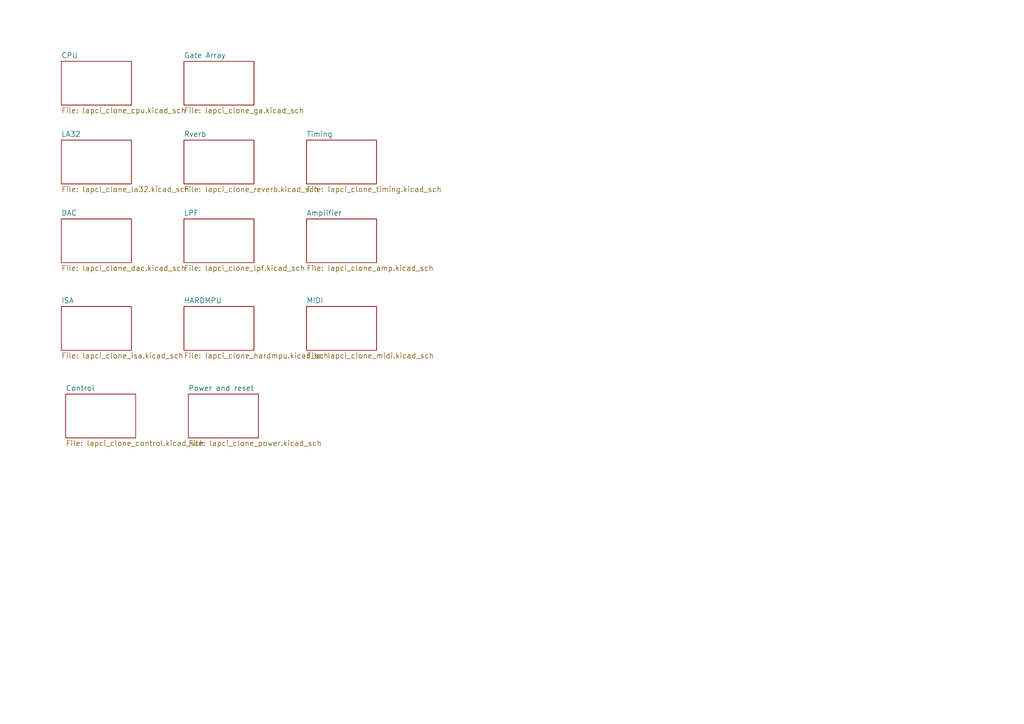
<source format=kicad_sch>
(kicad_sch (version 20211123) (generator eeschema)

  (uuid 414f80f7-b2d5-43c3-a018-819efe44fe30)

  (paper "A4")

  (title_block
    (title "LAPC-I Clone")
  )

  (lib_symbols
  )


  (sheet (at 17.78 17.78) (size 20.32 12.7) (fields_autoplaced)
    (stroke (width 0) (type solid) (color 0 0 0 0))
    (fill (color 0 0 0 0.0000))
    (uuid 00000000-0000-0000-0000-00005b1b6298)
    (property "Sheet name" "CPU" (id 0) (at 17.78 16.9414 0)
      (effects (font (size 1.524 1.524)) (justify left bottom))
    )
    (property "Sheet file" "lapci_clone_cpu.kicad_sch" (id 1) (at 17.78 31.1662 0)
      (effects (font (size 1.524 1.524)) (justify left top))
    )
  )

  (sheet (at 17.78 40.64) (size 20.32 12.7) (fields_autoplaced)
    (stroke (width 0) (type solid) (color 0 0 0 0))
    (fill (color 0 0 0 0.0000))
    (uuid 00000000-0000-0000-0000-00005b1b6304)
    (property "Sheet name" "LA32" (id 0) (at 17.78 39.8014 0)
      (effects (font (size 1.524 1.524)) (justify left bottom))
    )
    (property "Sheet file" "lapci_clone_la32.kicad_sch" (id 1) (at 17.78 54.0262 0)
      (effects (font (size 1.524 1.524)) (justify left top))
    )
  )

  (sheet (at 53.34 40.64) (size 20.32 12.7) (fields_autoplaced)
    (stroke (width 0) (type solid) (color 0 0 0 0))
    (fill (color 0 0 0 0.0000))
    (uuid 00000000-0000-0000-0000-00005b1b632a)
    (property "Sheet name" "Rverb" (id 0) (at 53.34 39.8014 0)
      (effects (font (size 1.524 1.524)) (justify left bottom))
    )
    (property "Sheet file" "lapci_clone_reverb.kicad_sch" (id 1) (at 53.34 54.0262 0)
      (effects (font (size 1.524 1.524)) (justify left top))
    )
  )

  (sheet (at 17.78 63.5) (size 20.32 12.7) (fields_autoplaced)
    (stroke (width 0) (type solid) (color 0 0 0 0))
    (fill (color 0 0 0 0.0000))
    (uuid 00000000-0000-0000-0000-00005b1b63a0)
    (property "Sheet name" "DAC" (id 0) (at 17.78 62.6614 0)
      (effects (font (size 1.524 1.524)) (justify left bottom))
    )
    (property "Sheet file" "lapci_clone_dac.kicad_sch" (id 1) (at 17.78 76.8862 0)
      (effects (font (size 1.524 1.524)) (justify left top))
    )
  )

  (sheet (at 53.34 17.78) (size 20.32 12.7) (fields_autoplaced)
    (stroke (width 0) (type solid) (color 0 0 0 0))
    (fill (color 0 0 0 0.0000))
    (uuid 00000000-0000-0000-0000-00005b1f8b97)
    (property "Sheet name" "Gate Array" (id 0) (at 53.34 16.9414 0)
      (effects (font (size 1.524 1.524)) (justify left bottom))
    )
    (property "Sheet file" "lapci_clone_ga.kicad_sch" (id 1) (at 53.34 31.1662 0)
      (effects (font (size 1.524 1.524)) (justify left top))
    )
  )

  (sheet (at 53.34 63.5) (size 20.32 12.7) (fields_autoplaced)
    (stroke (width 0) (type solid) (color 0 0 0 0))
    (fill (color 0 0 0 0.0000))
    (uuid 00000000-0000-0000-0000-00005b202bd3)
    (property "Sheet name" "LPF" (id 0) (at 53.34 62.6614 0)
      (effects (font (size 1.524 1.524)) (justify left bottom))
    )
    (property "Sheet file" "lapci_clone_lpf.kicad_sch" (id 1) (at 53.34 76.8862 0)
      (effects (font (size 1.524 1.524)) (justify left top))
    )
  )

  (sheet (at 88.9 40.64) (size 20.32 12.7) (fields_autoplaced)
    (stroke (width 0) (type solid) (color 0 0 0 0))
    (fill (color 0 0 0 0.0000))
    (uuid 00000000-0000-0000-0000-00005b2646db)
    (property "Sheet name" "Timing" (id 0) (at 88.9 39.8014 0)
      (effects (font (size 1.524 1.524)) (justify left bottom))
    )
    (property "Sheet file" "lapci_clone_timing.kicad_sch" (id 1) (at 88.9 54.0262 0)
      (effects (font (size 1.524 1.524)) (justify left top))
    )
  )

  (sheet (at 88.9 63.5) (size 20.32 12.7) (fields_autoplaced)
    (stroke (width 0) (type solid) (color 0 0 0 0))
    (fill (color 0 0 0 0.0000))
    (uuid 00000000-0000-0000-0000-00005b4127eb)
    (property "Sheet name" "Amplifier" (id 0) (at 88.9 62.6614 0)
      (effects (font (size 1.524 1.524)) (justify left bottom))
    )
    (property "Sheet file" "lapci_clone_amp.kicad_sch" (id 1) (at 88.9 76.8862 0)
      (effects (font (size 1.524 1.524)) (justify left top))
    )
  )

  (sheet (at 19.05 114.3) (size 20.32 12.7) (fields_autoplaced)
    (stroke (width 0) (type solid) (color 0 0 0 0))
    (fill (color 0 0 0 0.0000))
    (uuid 00000000-0000-0000-0000-00005b42bd1c)
    (property "Sheet name" "Control" (id 0) (at 19.05 113.4614 0)
      (effects (font (size 1.524 1.524)) (justify left bottom))
    )
    (property "Sheet file" "lapci_clone_control.kicad_sch" (id 1) (at 19.05 127.6862 0)
      (effects (font (size 1.524 1.524)) (justify left top))
    )
  )

  (sheet (at 17.78 88.9) (size 20.32 12.7) (fields_autoplaced)
    (stroke (width 0) (type solid) (color 0 0 0 0))
    (fill (color 0 0 0 0.0000))
    (uuid 00000000-0000-0000-0000-00005f468856)
    (property "Sheet name" "ISA" (id 0) (at 17.78 88.0614 0)
      (effects (font (size 1.524 1.524)) (justify left bottom))
    )
    (property "Sheet file" "lapci_clone_isa.kicad_sch" (id 1) (at 17.78 102.2862 0)
      (effects (font (size 1.524 1.524)) (justify left top))
    )
  )

  (sheet (at 53.34 88.9) (size 20.32 12.7) (fields_autoplaced)
    (stroke (width 0) (type solid) (color 0 0 0 0))
    (fill (color 0 0 0 0.0000))
    (uuid 00000000-0000-0000-0000-00005f468858)
    (property "Sheet name" "HARDMPU" (id 0) (at 53.34 88.0614 0)
      (effects (font (size 1.524 1.524)) (justify left bottom))
    )
    (property "Sheet file" "lapci_clone_hardmpu.kicad_sch" (id 1) (at 53.34 102.2862 0)
      (effects (font (size 1.524 1.524)) (justify left top))
    )
  )

  (sheet (at 54.61 114.3) (size 20.32 12.7) (fields_autoplaced)
    (stroke (width 0) (type solid) (color 0 0 0 0))
    (fill (color 0 0 0 0.0000))
    (uuid 00000000-0000-0000-0000-000060a0f24f)
    (property "Sheet name" "Power and reset" (id 0) (at 54.61 113.4614 0)
      (effects (font (size 1.524 1.524)) (justify left bottom))
    )
    (property "Sheet file" "lapci_clone_power.kicad_sch" (id 1) (at 54.61 127.6862 0)
      (effects (font (size 1.524 1.524)) (justify left top))
    )
  )

  (sheet (at 88.9 88.9) (size 20.32 12.7) (fields_autoplaced)
    (stroke (width 0) (type solid) (color 0 0 0 0))
    (fill (color 0 0 0 0.0000))
    (uuid 00000000-0000-0000-0000-000060a58314)
    (property "Sheet name" "MIDI" (id 0) (at 88.9 88.0614 0)
      (effects (font (size 1.524 1.524)) (justify left bottom))
    )
    (property "Sheet file" "lapci_clone_midi.kicad_sch" (id 1) (at 88.9 102.2862 0)
      (effects (font (size 1.524 1.524)) (justify left top))
    )
  )

  (sheet_instances
    (path "/" (page "1"))
    (path "/00000000-0000-0000-0000-00005b1b6298" (page "2"))
    (path "/00000000-0000-0000-0000-00005b1b6304" (page "3"))
    (path "/00000000-0000-0000-0000-00005b1b63a0" (page "4"))
    (path "/00000000-0000-0000-0000-00005f468856" (page "5"))
    (path "/00000000-0000-0000-0000-00005b42bd1c" (page "6"))
    (path "/00000000-0000-0000-0000-00005b1f8b97" (page "7"))
    (path "/00000000-0000-0000-0000-00005b1b632a" (page "8"))
    (path "/00000000-0000-0000-0000-00005b202bd3" (page "9"))
    (path "/00000000-0000-0000-0000-00005f468858" (page "10"))
    (path "/00000000-0000-0000-0000-000060a0f24f" (page "11"))
    (path "/00000000-0000-0000-0000-00005b2646db" (page "12"))
    (path "/00000000-0000-0000-0000-00005b4127eb" (page "13"))
    (path "/00000000-0000-0000-0000-000060a58314" (page "14"))
  )

  (symbol_instances
    (path "/00000000-0000-0000-0000-000060a0f24f/00000000-0000-0000-0000-000060ef45f5"
      (reference "#FLG0101") (unit 1) (value "PWR_FLAG") (footprint "")
    )
    (path "/00000000-0000-0000-0000-000060a0f24f/00000000-0000-0000-0000-000060ef537e"
      (reference "#FLG0102") (unit 1) (value "PWR_FLAG") (footprint "")
    )
    (path "/00000000-0000-0000-0000-000060a0f24f/00000000-0000-0000-0000-000060efae41"
      (reference "#FLG0103") (unit 1) (value "PWR_FLAG") (footprint "")
    )
    (path "/00000000-0000-0000-0000-000060a0f24f/00000000-0000-0000-0000-000060efcb56"
      (reference "#FLG0104") (unit 1) (value "PWR_FLAG") (footprint "")
    )
    (path "/00000000-0000-0000-0000-000060a0f24f/00000000-0000-0000-0000-000060f0d78e"
      (reference "#FLG0105") (unit 1) (value "PWR_FLAG") (footprint "")
    )
    (path "/00000000-0000-0000-0000-000060a0f24f/00000000-0000-0000-0000-000061a68efc"
      (reference "#FLG0106") (unit 1) (value "PWR_FLAG") (footprint "")
    )
    (path "/00000000-0000-0000-0000-00005b1b6298/00000000-0000-0000-0000-00005b1db4bf"
      (reference "#PWR0101") (unit 1) (value "+5V") (footprint "")
    )
    (path "/00000000-0000-0000-0000-00005b1b6298/00000000-0000-0000-0000-00005b1db51f"
      (reference "#PWR0102") (unit 1) (value "+5V") (footprint "")
    )
    (path "/00000000-0000-0000-0000-00005b1b6298/00000000-0000-0000-0000-00005b378102"
      (reference "#PWR0103") (unit 1) (value "GNDD") (footprint "")
    )
    (path "/00000000-0000-0000-0000-00005b1b6298/00000000-0000-0000-0000-00005b37813e"
      (reference "#PWR0104") (unit 1) (value "GNDD") (footprint "")
    )
    (path "/00000000-0000-0000-0000-000060a58314/00000000-0000-0000-0000-000060bd264e"
      (reference "#PWR0105") (unit 1) (value "+5V") (footprint "")
    )
    (path "/00000000-0000-0000-0000-00005b1b6298/00000000-0000-0000-0000-00005b3781de"
      (reference "#PWR0106") (unit 1) (value "GNDD") (footprint "")
    )
    (path "/00000000-0000-0000-0000-00005b1b63a0/00000000-0000-0000-0000-00005b3f555b"
      (reference "#PWR0107") (unit 1) (value "GNDA") (footprint "")
    )
    (path "/00000000-0000-0000-0000-00005b1b63a0/00000000-0000-0000-0000-00005b3f1a44"
      (reference "#PWR0108") (unit 1) (value "GNDA") (footprint "")
    )
    (path "/00000000-0000-0000-0000-00005b1b63a0/00000000-0000-0000-0000-00005b3f29f2"
      (reference "#PWR0109") (unit 1) (value "GNDA") (footprint "")
    )
    (path "/00000000-0000-0000-0000-00005b1b63a0/00000000-0000-0000-0000-00005b3fca35"
      (reference "#PWR0110") (unit 1) (value "GNDA") (footprint "")
    )
    (path "/00000000-0000-0000-0000-00005b1b63a0/00000000-0000-0000-0000-00005b3fd2b6"
      (reference "#PWR0111") (unit 1) (value "GNDA") (footprint "")
    )
    (path "/00000000-0000-0000-0000-00005b1b63a0/00000000-0000-0000-0000-00005b4016da"
      (reference "#PWR0112") (unit 1) (value "GNDA") (footprint "")
    )
    (path "/00000000-0000-0000-0000-00005b1b63a0/00000000-0000-0000-0000-00005b401720"
      (reference "#PWR0113") (unit 1) (value "GNDA") (footprint "")
    )
    (path "/00000000-0000-0000-0000-00005b1b63a0/00000000-0000-0000-0000-00005b401766"
      (reference "#PWR0114") (unit 1) (value "GNDA") (footprint "")
    )
    (path "/00000000-0000-0000-0000-00005b1b63a0/00000000-0000-0000-0000-00005b404912"
      (reference "#PWR0115") (unit 1) (value "GNDA") (footprint "")
    )
    (path "/00000000-0000-0000-0000-00005b1b63a0/00000000-0000-0000-0000-00005b4049ce"
      (reference "#PWR0116") (unit 1) (value "GNDA") (footprint "")
    )
    (path "/00000000-0000-0000-0000-00005b1b63a0/00000000-0000-0000-0000-00005b404a1a"
      (reference "#PWR0117") (unit 1) (value "GNDA") (footprint "")
    )
    (path "/00000000-0000-0000-0000-00005b1b63a0/00000000-0000-0000-0000-000060b05853"
      (reference "#PWR0118") (unit 1) (value "+5VA") (footprint "")
    )
    (path "/00000000-0000-0000-0000-00005f468856/00000000-0000-0000-0000-000060a761af"
      (reference "#PWR0119") (unit 1) (value "GNDD") (footprint "")
    )
    (path "/00000000-0000-0000-0000-00005b1b63a0/00000000-0000-0000-0000-00005b70bb0d"
      (reference "#PWR0120") (unit 1) (value "GNDA") (footprint "")
    )
    (path "/00000000-0000-0000-0000-000060a0f24f/00000000-0000-0000-0000-000060b2b75b"
      (reference "#PWR0121") (unit 1) (value "GND") (footprint "")
    )
    (path "/00000000-0000-0000-0000-00005b202bd3/00000000-0000-0000-0000-000060db1b95"
      (reference "#PWR0122") (unit 1) (value "GNDA") (footprint "")
    )
    (path "/00000000-0000-0000-0000-000060a58314/00000000-0000-0000-0000-000060bd9c04"
      (reference "#PWR0123") (unit 1) (value "+5V") (footprint "")
    )
    (path "/00000000-0000-0000-0000-000060a0f24f/00000000-0000-0000-0000-000060c2e3d1"
      (reference "#PWR0124") (unit 1) (value "GNDD") (footprint "")
    )
    (path "/00000000-0000-0000-0000-000060a0f24f/00000000-0000-0000-0000-000060c2e3d7"
      (reference "#PWR0125") (unit 1) (value "+5V") (footprint "")
    )
    (path "/00000000-0000-0000-0000-000060a0f24f/00000000-0000-0000-0000-000060c4df8a"
      (reference "#PWR0126") (unit 1) (value "+5V") (footprint "")
    )
    (path "/00000000-0000-0000-0000-00005f468856/00000000-0000-0000-0000-000060ac3d3a"
      (reference "#PWR0127") (unit 1) (value "+5V") (footprint "")
    )
    (path "/00000000-0000-0000-0000-00005b1b63a0/00000000-0000-0000-0000-000060b0ea85"
      (reference "#PWR0128") (unit 1) (value "+5VA") (footprint "")
    )
    (path "/00000000-0000-0000-0000-00005b1b6298/00000000-0000-0000-0000-00005b378292"
      (reference "#PWR0129") (unit 1) (value "GNDD") (footprint "")
    )
    (path "/00000000-0000-0000-0000-00005b1b63a0/00000000-0000-0000-0000-000060b20a5e"
      (reference "#PWR0130") (unit 1) (value "+5VA") (footprint "")
    )
    (path "/00000000-0000-0000-0000-00005f468856/00000000-0000-0000-0000-000060a7cc7b"
      (reference "#PWR0131") (unit 1) (value "+5V") (footprint "")
    )
    (path "/00000000-0000-0000-0000-00005b1b63a0/00000000-0000-0000-0000-000060b32b0b"
      (reference "#PWR0132") (unit 1) (value "+5VA") (footprint "")
    )
    (path "/00000000-0000-0000-0000-000060a0f24f/00000000-0000-0000-0000-000060c4dfa2"
      (reference "#PWR0133") (unit 1) (value "GNDD") (footprint "")
    )
    (path "/00000000-0000-0000-0000-00005b1b63a0/00000000-0000-0000-0000-000060b45335"
      (reference "#PWR0134") (unit 1) (value "+5VA") (footprint "")
    )
    (path "/00000000-0000-0000-0000-00005b1b63a0/00000000-0000-0000-0000-000060b4e52f"
      (reference "#PWR0135") (unit 1) (value "+5VA") (footprint "")
    )
    (path "/00000000-0000-0000-0000-00005b1b63a0/00000000-0000-0000-0000-000060b60425"
      (reference "#PWR0136") (unit 1) (value "+5VA") (footprint "")
    )
    (path "/00000000-0000-0000-0000-00005b1b63a0/00000000-0000-0000-0000-000060b72503"
      (reference "#PWR0137") (unit 1) (value "+5VA") (footprint "")
    )
    (path "/00000000-0000-0000-0000-00005b1b63a0/00000000-0000-0000-0000-000060b84434"
      (reference "#PWR0138") (unit 1) (value "+5VA") (footprint "")
    )
    (path "/00000000-0000-0000-0000-000060a0f24f/00000000-0000-0000-0000-000060c60b52"
      (reference "#PWR0139") (unit 1) (value "GNDA") (footprint "")
    )
    (path "/00000000-0000-0000-0000-00005b1b63a0/00000000-0000-0000-0000-000060b96428"
      (reference "#PWR0140") (unit 1) (value "+5VA") (footprint "")
    )
    (path "/00000000-0000-0000-0000-00005b1b63a0/00000000-0000-0000-0000-000060ba0f17"
      (reference "#PWR0141") (unit 1) (value "-5VA") (footprint "")
    )
    (path "/00000000-0000-0000-0000-00005b1b63a0/00000000-0000-0000-0000-000060baa2d8"
      (reference "#PWR0142") (unit 1) (value "-5VA") (footprint "")
    )
    (path "/00000000-0000-0000-0000-00005b1b63a0/00000000-0000-0000-0000-000060bb344d"
      (reference "#PWR0143") (unit 1) (value "-5VA") (footprint "")
    )
    (path "/00000000-0000-0000-0000-00005b1b63a0/00000000-0000-0000-0000-000060bbc5aa"
      (reference "#PWR0144") (unit 1) (value "-5VA") (footprint "")
    )
    (path "/00000000-0000-0000-0000-00005b1b6298/00000000-0000-0000-0000-00005b3782ce"
      (reference "#PWR0145") (unit 1) (value "GNDD") (footprint "")
    )
    (path "/00000000-0000-0000-0000-00005b1b6298/00000000-0000-0000-0000-00005b3784ae"
      (reference "#PWR0146") (unit 1) (value "GNDD") (footprint "")
    )
    (path "/00000000-0000-0000-0000-000060a0f24f/00000000-0000-0000-0000-000060c81f40"
      (reference "#PWR0147") (unit 1) (value "GNDA") (footprint "")
    )
    (path "/00000000-0000-0000-0000-00005b1b6298/00000000-0000-0000-0000-00005b3784ea"
      (reference "#PWR0148") (unit 1) (value "GNDD") (footprint "")
    )
    (path "/00000000-0000-0000-0000-00005b1b6298/00000000-0000-0000-0000-00005b378562"
      (reference "#PWR0149") (unit 1) (value "GNDD") (footprint "")
    )
    (path "/00000000-0000-0000-0000-00005b1b63a0/00000000-0000-0000-0000-000060a18c46"
      (reference "#PWR0150") (unit 1) (value "-5VA") (footprint "")
    )
    (path "/00000000-0000-0000-0000-000060a58314/00000000-0000-0000-0000-000060bdf7cb"
      (reference "#PWR0151") (unit 1) (value "+5V") (footprint "")
    )
    (path "/00000000-0000-0000-0000-00005b1b63a0/00000000-0000-0000-0000-00005f87c21b"
      (reference "#PWR0152") (unit 1) (value "GNDA") (footprint "")
    )
    (path "/00000000-0000-0000-0000-00005b1b63a0/00000000-0000-0000-0000-00005f89fbef"
      (reference "#PWR0153") (unit 1) (value "GNDA") (footprint "")
    )
    (path "/00000000-0000-0000-0000-00005f468856/00000000-0000-0000-0000-00005f123616"
      (reference "#PWR0154") (unit 1) (value "GND") (footprint "")
    )
    (path "/00000000-0000-0000-0000-00005f468856/00000000-0000-0000-0000-000060bd2588"
      (reference "#PWR0155") (unit 1) (value "GNDD") (footprint "")
    )
    (path "/00000000-0000-0000-0000-00005f468856/00000000-0000-0000-0000-000060ac770f"
      (reference "#PWR0156") (unit 1) (value "GNDD") (footprint "")
    )
    (path "/00000000-0000-0000-0000-00005f468856/00000000-0000-0000-0000-000060ac7c56"
      (reference "#PWR0157") (unit 1) (value "GNDD") (footprint "")
    )
    (path "/00000000-0000-0000-0000-00005f468856/00000000-0000-0000-0000-000060ad8323"
      (reference "#PWR0158") (unit 1) (value "GNDD") (footprint "")
    )
    (path "/00000000-0000-0000-0000-00005f468856/00000000-0000-0000-0000-000060adfa60"
      (reference "#PWR0159") (unit 1) (value "+5V") (footprint "")
    )
    (path "/00000000-0000-0000-0000-00005f468856/00000000-0000-0000-0000-000060ae1b68"
      (reference "#PWR0160") (unit 1) (value "GNDD") (footprint "")
    )
    (path "/00000000-0000-0000-0000-00005f468856/00000000-0000-0000-0000-000060af1fb5"
      (reference "#PWR0161") (unit 1) (value "+5V") (footprint "")
    )
    (path "/00000000-0000-0000-0000-00005f468856/00000000-0000-0000-0000-000060af1fbb"
      (reference "#PWR0162") (unit 1) (value "GNDD") (footprint "")
    )
    (path "/00000000-0000-0000-0000-00005b1b6298/00000000-0000-0000-0000-00005b37859e"
      (reference "#PWR0163") (unit 1) (value "GNDD") (footprint "")
    )
    (path "/00000000-0000-0000-0000-00005b1b6298/00000000-0000-0000-0000-00005b42f7e1"
      (reference "#PWR0164") (unit 1) (value "+5V") (footprint "")
    )
    (path "/00000000-0000-0000-0000-00005b1b6298/00000000-0000-0000-0000-00005b4339e0"
      (reference "#PWR0165") (unit 1) (value "+5V") (footprint "")
    )
    (path "/00000000-0000-0000-0000-00005f468856/00000000-0000-0000-0000-000060a7edd7"
      (reference "#PWR0166") (unit 1) (value "GNDD") (footprint "")
    )
    (path "/00000000-0000-0000-0000-00005b1b6298/00000000-0000-0000-0000-00005b45a687"
      (reference "#PWR0167") (unit 1) (value "+5V") (footprint "")
    )
    (path "/00000000-0000-0000-0000-00005b1b6298/00000000-0000-0000-0000-000060d3f11e"
      (reference "#PWR0168") (unit 1) (value "GNDD") (footprint "")
    )
    (path "/00000000-0000-0000-0000-00005b1b6298/00000000-0000-0000-0000-000060d4ca67"
      (reference "#PWR0169") (unit 1) (value "+5V") (footprint "")
    )
    (path "/00000000-0000-0000-0000-00005b1b6298/00000000-0000-0000-0000-000060d599ea"
      (reference "#PWR0170") (unit 1) (value "GNDD") (footprint "")
    )
    (path "/00000000-0000-0000-0000-00005b1b6298/00000000-0000-0000-0000-000060c5e4fb"
      (reference "#PWR0171") (unit 1) (value "+5V") (footprint "")
    )
    (path "/00000000-0000-0000-0000-00005b1b6298/00000000-0000-0000-0000-000060a7c0a3"
      (reference "#PWR0172") (unit 1) (value "GNDD") (footprint "")
    )
    (path "/00000000-0000-0000-0000-00005b1b6298/00000000-0000-0000-0000-000060a342ff"
      (reference "#PWR0173") (unit 1) (value "GNDD") (footprint "")
    )
    (path "/00000000-0000-0000-0000-00005b1b6298/00000000-0000-0000-0000-000060d095cc"
      (reference "#PWR0174") (unit 1) (value "+5V") (footprint "")
    )
    (path "/00000000-0000-0000-0000-00005b1f8b97/00000000-0000-0000-0000-00005b379608"
      (reference "#PWR0175") (unit 1) (value "GNDD") (footprint "")
    )
    (path "/00000000-0000-0000-0000-00005b1f8b97/00000000-0000-0000-0000-00005b379699"
      (reference "#PWR0176") (unit 1) (value "GNDD") (footprint "")
    )
    (path "/00000000-0000-0000-0000-00005b1f8b97/00000000-0000-0000-0000-00005b3796df"
      (reference "#PWR0177") (unit 1) (value "GNDD") (footprint "")
    )
    (path "/00000000-0000-0000-0000-00005b2646db/00000000-0000-0000-0000-000060b743a9"
      (reference "#PWR0178") (unit 1) (value "+5V") (footprint "")
    )
    (path "/00000000-0000-0000-0000-00005b1f8b97/00000000-0000-0000-0000-00005b37976b"
      (reference "#PWR0179") (unit 1) (value "GNDD") (footprint "")
    )
    (path "/00000000-0000-0000-0000-00005f468858/00000000-0000-0000-0000-000060be60b9"
      (reference "#PWR0180") (unit 1) (value "+5V") (footprint "")
    )
    (path "/00000000-0000-0000-0000-00005b202bd3/00000000-0000-0000-0000-00005b40a022"
      (reference "#PWR0181") (unit 1) (value "GNDA") (footprint "")
    )
    (path "/00000000-0000-0000-0000-00005b202bd3/00000000-0000-0000-0000-00005b40aa36"
      (reference "#PWR0182") (unit 1) (value "GNDA") (footprint "")
    )
    (path "/00000000-0000-0000-0000-00005b202bd3/00000000-0000-0000-0000-00005b40942d"
      (reference "#PWR0183") (unit 1) (value "GNDA") (footprint "")
    )
    (path "/00000000-0000-0000-0000-00005b202bd3/00000000-0000-0000-0000-00005b40943f"
      (reference "#PWR0184") (unit 1) (value "GNDA") (footprint "")
    )
    (path "/00000000-0000-0000-0000-00005b4127eb/00000000-0000-0000-0000-000060c018dd"
      (reference "#PWR0185") (unit 1) (value "+5VA") (footprint "")
    )
    (path "/00000000-0000-0000-0000-00005b4127eb/00000000-0000-0000-0000-000060c02927"
      (reference "#PWR0186") (unit 1) (value "-5VA") (footprint "")
    )
    (path "/00000000-0000-0000-0000-00005b4127eb/00000000-0000-0000-0000-000060c03dfe"
      (reference "#PWR0187") (unit 1) (value "GNDA") (footprint "")
    )
    (path "/00000000-0000-0000-0000-00005b4127eb/00000000-0000-0000-0000-000060c05da6"
      (reference "#PWR0188") (unit 1) (value "GNDA") (footprint "")
    )
    (path "/00000000-0000-0000-0000-00005b4127eb/00000000-0000-0000-0000-000060c0bbbd"
      (reference "#PWR0189") (unit 1) (value "GNDA") (footprint "")
    )
    (path "/00000000-0000-0000-0000-00005b202bd3/00000000-0000-0000-0000-000060bf1397"
      (reference "#PWR0190") (unit 1) (value "+5VA") (footprint "")
    )
    (path "/00000000-0000-0000-0000-00005b202bd3/00000000-0000-0000-0000-000060bf1ec3"
      (reference "#PWR0191") (unit 1) (value "+5VA") (footprint "")
    )
    (path "/00000000-0000-0000-0000-00005b4127eb/00000000-0000-0000-0000-000060b2b7d2"
      (reference "#PWR0192") (unit 1) (value "GNDA") (footprint "")
    )
    (path "/00000000-0000-0000-0000-00005b1b63a0/00000000-0000-0000-0000-000060bc5797"
      (reference "#PWR0193") (unit 1) (value "-5VA") (footprint "")
    )
    (path "/00000000-0000-0000-0000-00005b1b63a0/00000000-0000-0000-0000-000060bce7d3"
      (reference "#PWR0194") (unit 1) (value "-5VA") (footprint "")
    )
    (path "/00000000-0000-0000-0000-00005b1f8b97/00000000-0000-0000-0000-00005b3797b1"
      (reference "#PWR0195") (unit 1) (value "GNDD") (footprint "")
    )
    (path "/00000000-0000-0000-0000-00005b2646db/00000000-0000-0000-0000-00005b39e5eb"
      (reference "#PWR0196") (unit 1) (value "GNDD") (footprint "")
    )
    (path "/00000000-0000-0000-0000-00005b202bd3/00000000-0000-0000-0000-000060b38089"
      (reference "#PWR0197") (unit 1) (value "+5VA") (footprint "")
    )
    (path "/00000000-0000-0000-0000-00005b2646db/00000000-0000-0000-0000-00005b39e666"
      (reference "#PWR0198") (unit 1) (value "GNDD") (footprint "")
    )
    (path "/00000000-0000-0000-0000-00005b202bd3/00000000-0000-0000-0000-000060bf2788"
      (reference "#PWR0199") (unit 1) (value "-5VA") (footprint "")
    )
    (path "/00000000-0000-0000-0000-00005b2646db/00000000-0000-0000-0000-00005b3d2b77"
      (reference "#PWR0200") (unit 1) (value "+5V") (footprint "")
    )
    (path "/00000000-0000-0000-0000-00005b2646db/00000000-0000-0000-0000-00005b3d5680"
      (reference "#PWR0201") (unit 1) (value "+5V") (footprint "")
    )
    (path "/00000000-0000-0000-0000-00005b2646db/00000000-0000-0000-0000-00005b3d56d6"
      (reference "#PWR0202") (unit 1) (value "GNDD") (footprint "")
    )
    (path "/00000000-0000-0000-0000-00005b202bd3/00000000-0000-0000-0000-000060b3ec37"
      (reference "#PWR0203") (unit 1) (value "+5VA") (footprint "")
    )
    (path "/00000000-0000-0000-0000-00005b2646db/00000000-0000-0000-0000-000060bffd9b"
      (reference "#PWR0204") (unit 1) (value "GNDD") (footprint "")
    )
    (path "/00000000-0000-0000-0000-00005b202bd3/00000000-0000-0000-0000-000060bf30a1"
      (reference "#PWR0205") (unit 1) (value "-5VA") (footprint "")
    )
    (path "/00000000-0000-0000-0000-00005b1b63a0/00000000-0000-0000-0000-000060a3bd3f"
      (reference "#PWR0206") (unit 1) (value "+5VA") (footprint "")
    )
    (path "/00000000-0000-0000-0000-000060a0f24f/00000000-0000-0000-0000-000060a1915d"
      (reference "#PWR0207") (unit 1) (value "GNDD") (footprint "")
    )
    (path "/00000000-0000-0000-0000-000060a0f24f/00000000-0000-0000-0000-000060a19163"
      (reference "#PWR0208") (unit 1) (value "+5V") (footprint "")
    )
    (path "/00000000-0000-0000-0000-00005b4127eb/00000000-0000-0000-0000-000060e170fa"
      (reference "#PWR0209") (unit 1) (value "+5VA") (footprint "")
    )
    (path "/00000000-0000-0000-0000-00005b4127eb/00000000-0000-0000-0000-00005b415ead"
      (reference "#PWR0210") (unit 1) (value "GNDA") (footprint "")
    )
    (path "/00000000-0000-0000-0000-00005b4127eb/00000000-0000-0000-0000-00005b415eed"
      (reference "#PWR0211") (unit 1) (value "GNDA") (footprint "")
    )
    (path "/00000000-0000-0000-0000-00005b4127eb/00000000-0000-0000-0000-000060e17109"
      (reference "#PWR0212") (unit 1) (value "-5VA") (footprint "")
    )
    (path "/00000000-0000-0000-0000-00005b4127eb/00000000-0000-0000-0000-00005b41397d"
      (reference "#PWR0213") (unit 1) (value "GNDA") (footprint "")
    )
    (path "/00000000-0000-0000-0000-00005b4127eb/00000000-0000-0000-0000-000060ba53d9"
      (reference "#PWR0214") (unit 1) (value "-5VA") (footprint "")
    )
    (path "/00000000-0000-0000-0000-00005b4127eb/00000000-0000-0000-0000-000060b415f0"
      (reference "#PWR0215") (unit 1) (value "GNDA") (footprint "")
    )
    (path "/00000000-0000-0000-0000-00005b4127eb/00000000-0000-0000-0000-000060b2b7d8"
      (reference "#PWR0216") (unit 1) (value "GNDA") (footprint "")
    )
    (path "/00000000-0000-0000-0000-00005b4127eb/00000000-0000-0000-0000-000060b2b7de"
      (reference "#PWR0217") (unit 1) (value "GNDA") (footprint "")
    )
    (path "/00000000-0000-0000-0000-00005b4127eb/00000000-0000-0000-0000-00005b419111"
      (reference "#PWR0218") (unit 1) (value "GNDA") (footprint "")
    )
    (path "/00000000-0000-0000-0000-00005b4127eb/00000000-0000-0000-0000-000060c3a0cc"
      (reference "#PWR0219") (unit 1) (value "GNDA") (footprint "")
    )
    (path "/00000000-0000-0000-0000-00005b4127eb/00000000-0000-0000-0000-000060c5343f"
      (reference "#PWR0220") (unit 1) (value "GNDA") (footprint "")
    )
    (path "/00000000-0000-0000-0000-00005b4127eb/00000000-0000-0000-0000-000060c63be3"
      (reference "#PWR0221") (unit 1) (value "GNDA") (footprint "")
    )
    (path "/00000000-0000-0000-0000-00005b4127eb/00000000-0000-0000-0000-00005b419cd9"
      (reference "#PWR0222") (unit 1) (value "GNDA") (footprint "")
    )
    (path "/00000000-0000-0000-0000-00005b4127eb/00000000-0000-0000-0000-00005b41a46a"
      (reference "#PWR0223") (unit 1) (value "GNDA") (footprint "")
    )
    (path "/00000000-0000-0000-0000-00005b4127eb/00000000-0000-0000-0000-00005b41d835"
      (reference "#PWR0224") (unit 1) (value "GNDA") (footprint "")
    )
    (path "/00000000-0000-0000-0000-00005b4127eb/00000000-0000-0000-0000-000060c8f3f0"
      (reference "#PWR0225") (unit 1) (value "+5VA") (footprint "")
    )
    (path "/00000000-0000-0000-0000-000060a58314/00000000-0000-0000-0000-000060be29d5"
      (reference "#PWR0226") (unit 1) (value "GNDD") (footprint "")
    )
    (path "/00000000-0000-0000-0000-000060a58314/00000000-0000-0000-0000-000060be2da8"
      (reference "#PWR0227") (unit 1) (value "GNDD") (footprint "")
    )
    (path "/00000000-0000-0000-0000-000060a58314/00000000-0000-0000-0000-000060be3464"
      (reference "#PWR0228") (unit 1) (value "GNDD") (footprint "")
    )
    (path "/00000000-0000-0000-0000-000060a58314/00000000-0000-0000-0000-000060be3909"
      (reference "#PWR0229") (unit 1) (value "GNDD") (footprint "")
    )
    (path "/00000000-0000-0000-0000-00005f468856/00000000-0000-0000-0000-000060c0b41a"
      (reference "#PWR0230") (unit 1) (value "GNDD") (footprint "")
    )
    (path "/00000000-0000-0000-0000-00005b4127eb/00000000-0000-0000-0000-000060e1710f"
      (reference "#PWR0231") (unit 1) (value "GNDA") (footprint "")
    )
    (path "/00000000-0000-0000-0000-00005f468856/00000000-0000-0000-0000-000060c16e8f"
      (reference "#PWR0232") (unit 1) (value "GNDD") (footprint "")
    )
    (path "/00000000-0000-0000-0000-00005f468858/00000000-0000-0000-0000-000060c2c0ab"
      (reference "#PWR0233") (unit 1) (value "+5V") (footprint "")
    )
    (path "/00000000-0000-0000-0000-00005b1b63a0/00000000-0000-0000-0000-000060e9850f"
      (reference "#PWR0234") (unit 1) (value "GNDA") (footprint "")
    )
    (path "/00000000-0000-0000-0000-00005b4127eb/00000000-0000-0000-0000-000060cd430f"
      (reference "#PWR0235") (unit 1) (value "+5VA") (footprint "")
    )
    (path "/00000000-0000-0000-0000-00005b4127eb/00000000-0000-0000-0000-000060cd4cf3"
      (reference "#PWR0236") (unit 1) (value "-5VA") (footprint "")
    )
    (path "/00000000-0000-0000-0000-00005b42bd1c/00000000-0000-0000-0000-00005b43541d"
      (reference "#PWR0237") (unit 1) (value "GNDD") (footprint "")
    )
    (path "/00000000-0000-0000-0000-00005b4127eb/00000000-0000-0000-0000-000060cd50b1"
      (reference "#PWR0238") (unit 1) (value "GNDA") (footprint "")
    )
    (path "/00000000-0000-0000-0000-00005f468856/00000000-0000-0000-0000-000060a8c2c1"
      (reference "#PWR0239") (unit 1) (value "GNDD") (footprint "")
    )
    (path "/00000000-0000-0000-0000-00005f468858/00000000-0000-0000-0000-000060be60c1"
      (reference "#PWR0240") (unit 1) (value "GNDD") (footprint "")
    )
    (path "/00000000-0000-0000-0000-00005f468856/00000000-0000-0000-0000-000060bd2f5a"
      (reference "#PWR0241") (unit 1) (value "+5V") (footprint "")
    )
    (path "/00000000-0000-0000-0000-00005b202bd3/00000000-0000-0000-0000-000060d6e669"
      (reference "#PWR0242") (unit 1) (value "GNDA") (footprint "")
    )
    (path "/00000000-0000-0000-0000-00005b202bd3/00000000-0000-0000-0000-000060d73384"
      (reference "#PWR0243") (unit 1) (value "-5VA") (footprint "")
    )
    (path "/00000000-0000-0000-0000-00005f468856/00000000-0000-0000-0000-000060b2e379"
      (reference "#PWR0244") (unit 1) (value "GNDD") (footprint "")
    )
    (path "/00000000-0000-0000-0000-00005b1b63a0/00000000-0000-0000-0000-000060cd9890"
      (reference "#PWR0245") (unit 1) (value "GNDA") (footprint "")
    )
    (path "/00000000-0000-0000-0000-00005f468856/00000000-0000-0000-0000-000060b3c81c"
      (reference "#PWR0246") (unit 1) (value "GNDD") (footprint "")
    )
    (path "/00000000-0000-0000-0000-00005f468856/00000000-0000-0000-0000-000060b4b918"
      (reference "#PWR0247") (unit 1) (value "GNDD") (footprint "")
    )
    (path "/00000000-0000-0000-0000-00005b1b63a0/00000000-0000-0000-0000-000060ce1f3c"
      (reference "#PWR0248") (unit 1) (value "GNDA") (footprint "")
    )
    (path "/00000000-0000-0000-0000-00005f468858/00000000-0000-0000-0000-000060b236d1"
      (reference "#PWR0249") (unit 1) (value "+5V") (footprint "")
    )
    (path "/00000000-0000-0000-0000-00005f468858/00000000-0000-0000-0000-000060b240eb"
      (reference "#PWR0250") (unit 1) (value "GNDD") (footprint "")
    )
    (path "/00000000-0000-0000-0000-00005b4127eb/00000000-0000-0000-0000-000060cd5eae"
      (reference "#PWR0251") (unit 1) (value "GNDA") (footprint "")
    )
    (path "/00000000-0000-0000-0000-00005b42bd1c/00000000-0000-0000-0000-00005b4590d3"
      (reference "#PWR0252") (unit 1) (value "+5V") (footprint "")
    )
    (path "/00000000-0000-0000-0000-00005b1b63a0/00000000-0000-0000-0000-000060d121b8"
      (reference "#PWR0253") (unit 1) (value "+5VA") (footprint "")
    )
    (path "/00000000-0000-0000-0000-00005f468858/00000000-0000-0000-0000-000060b296d0"
      (reference "#PWR0254") (unit 1) (value "GNDD") (footprint "")
    )
    (path "/00000000-0000-0000-0000-00005f468858/00000000-0000-0000-0000-000060ba84f1"
      (reference "#PWR0255") (unit 1) (value "GNDD") (footprint "")
    )
    (path "/00000000-0000-0000-0000-00005b202bd3/00000000-0000-0000-0000-000060be11c9"
      (reference "#PWR0256") (unit 1) (value "GNDA") (footprint "")
    )
    (path "/00000000-0000-0000-0000-00005b4127eb/00000000-0000-0000-0000-000060d2a4ce"
      (reference "#PWR0257") (unit 1) (value "GNDA") (footprint "")
    )
    (path "/00000000-0000-0000-0000-00005b1b63a0/00000000-0000-0000-0000-000060d121c0"
      (reference "#PWR0258") (unit 1) (value "-5VA") (footprint "")
    )
    (path "/00000000-0000-0000-0000-00005f468858/00000000-0000-0000-0000-00005f0cff2d"
      (reference "#PWR0259") (unit 1) (value "GND") (footprint "")
    )
    (path "/00000000-0000-0000-0000-000060a0f24f/00000000-0000-0000-0000-000060ef16ba"
      (reference "#PWR0260") (unit 1) (value "+5V") (footprint "")
    )
    (path "/00000000-0000-0000-0000-000060a0f24f/00000000-0000-0000-0000-000060ef2a72"
      (reference "#PWR0261") (unit 1) (value "GNDD") (footprint "")
    )
    (path "/00000000-0000-0000-0000-00005b202bd3/00000000-0000-0000-0000-000060d909f1"
      (reference "#PWR0262") (unit 1) (value "GNDA") (footprint "")
    )
    (path "/00000000-0000-0000-0000-00005b202bd3/00000000-0000-0000-0000-000060d92ef3"
      (reference "#PWR0263") (unit 1) (value "-5VA") (footprint "")
    )
    (path "/00000000-0000-0000-0000-00005b1b63a0/00000000-0000-0000-0000-000060bd77d6"
      (reference "#PWR0264") (unit 1) (value "-5VA") (footprint "")
    )
    (path "/00000000-0000-0000-0000-00005b1b63a0/00000000-0000-0000-0000-000060be0943"
      (reference "#PWR0265") (unit 1) (value "-5VA") (footprint "")
    )
    (path "/00000000-0000-0000-0000-00005b1b63a0/00000000-0000-0000-0000-000060bfb538"
      (reference "#PWR0266") (unit 1) (value "-5VA") (footprint "")
    )
    (path "/00000000-0000-0000-0000-00005b1b63a0/00000000-0000-0000-0000-000060c04237"
      (reference "#PWR0267") (unit 1) (value "-5VA") (footprint "")
    )
    (path "/00000000-0000-0000-0000-00005b202bd3/00000000-0000-0000-0000-000060afbe80"
      (reference "#PWR0268") (unit 1) (value "GNDA") (footprint "")
    )
    (path "/00000000-0000-0000-0000-00005f468856/00000000-0000-0000-0000-000060cbf3e4"
      (reference "#PWR0269") (unit 1) (value "+5V") (footprint "")
    )
    (path "/00000000-0000-0000-0000-00005f468856/00000000-0000-0000-0000-000060ccb294"
      (reference "#PWR0270") (unit 1) (value "+5V") (footprint "")
    )
    (path "/00000000-0000-0000-0000-00005b202bd3/00000000-0000-0000-0000-000060b3f5b8"
      (reference "#PWR0271") (unit 1) (value "+5VA") (footprint "")
    )
    (path "/00000000-0000-0000-0000-00005b1b63a0/00000000-0000-0000-0000-00005c7ad641"
      (reference "#PWR0272") (unit 1) (value "GNDA") (footprint "")
    )
    (path "/00000000-0000-0000-0000-00005b202bd3/00000000-0000-0000-0000-000060b4363e"
      (reference "#PWR0273") (unit 1) (value "-5VA") (footprint "")
    )
    (path "/00000000-0000-0000-0000-00005b2646db/00000000-0000-0000-0000-000060982139"
      (reference "#PWR0274") (unit 1) (value "+5V") (footprint "")
    )
    (path "/00000000-0000-0000-0000-00005b2646db/00000000-0000-0000-0000-00005b3d2aaa"
      (reference "#PWR0275") (unit 1) (value "GNDD") (footprint "")
    )
    (path "/00000000-0000-0000-0000-00005f468856/00000000-0000-0000-0000-000060cd7a2c"
      (reference "#PWR0276") (unit 1) (value "+5V") (footprint "")
    )
    (path "/00000000-0000-0000-0000-000060a0f24f/00000000-0000-0000-0000-000060a19172"
      (reference "#PWR0277") (unit 1) (value "GNDD") (footprint "")
    )
    (path "/00000000-0000-0000-0000-00005f468856/00000000-0000-0000-0000-000060ce3508"
      (reference "#PWR0278") (unit 1) (value "+5V") (footprint "")
    )
    (path "/00000000-0000-0000-0000-00005b1f8b97/00000000-0000-0000-0000-00005b379829"
      (reference "#PWR0279") (unit 1) (value "GNDD") (footprint "")
    )
    (path "/00000000-0000-0000-0000-00005b1f8b97/00000000-0000-0000-0000-00005b3798b5"
      (reference "#PWR0280") (unit 1) (value "GNDD") (footprint "")
    )
    (path "/00000000-0000-0000-0000-000060a0f24f/00000000-0000-0000-0000-000060ef3345"
      (reference "#PWR0281") (unit 1) (value "GND") (footprint "")
    )
    (path "/00000000-0000-0000-0000-00005b1f8b97/00000000-0000-0000-0000-00005b3798fb"
      (reference "#PWR0282") (unit 1) (value "GNDD") (footprint "")
    )
    (path "/00000000-0000-0000-0000-00005b1f8b97/00000000-0000-0000-0000-00005b39208b"
      (reference "#PWR0283") (unit 1) (value "GNDD") (footprint "")
    )
    (path "/00000000-0000-0000-0000-00005b1f8b97/00000000-0000-0000-0000-00005b3f27f4"
      (reference "#PWR0284") (unit 1) (value "GNDD") (footprint "")
    )
    (path "/00000000-0000-0000-0000-00005b1f8b97/00000000-0000-0000-0000-00005b42a380"
      (reference "#PWR0285") (unit 1) (value "+5V") (footprint "")
    )
    (path "/00000000-0000-0000-0000-00005b1f8b97/00000000-0000-0000-0000-00005b436124"
      (reference "#PWR0286") (unit 1) (value "+5V") (footprint "")
    )
    (path "/00000000-0000-0000-0000-000060a0f24f/00000000-0000-0000-0000-000060a19178"
      (reference "#PWR0287") (unit 1) (value "+5V") (footprint "")
    )
    (path "/00000000-0000-0000-0000-000060a0f24f/00000000-0000-0000-0000-000060a19186"
      (reference "#PWR0288") (unit 1) (value "GNDD") (footprint "")
    )
    (path "/00000000-0000-0000-0000-00005b2646db/00000000-0000-0000-0000-000060b76005"
      (reference "#PWR0289") (unit 1) (value "GNDD") (footprint "")
    )
    (path "/00000000-0000-0000-0000-00005b2646db/00000000-0000-0000-0000-000060aad0e4"
      (reference "#PWR0290") (unit 1) (value "+5V") (footprint "")
    )
    (path "/00000000-0000-0000-0000-000060a0f24f/00000000-0000-0000-0000-000060a1918d"
      (reference "#PWR0291") (unit 1) (value "+5V") (footprint "")
    )
    (path "/00000000-0000-0000-0000-000060a0f24f/00000000-0000-0000-0000-000060a1919c"
      (reference "#PWR0292") (unit 1) (value "GNDD") (footprint "")
    )
    (path "/00000000-0000-0000-0000-00005b1f8b97/00000000-0000-0000-0000-00005b436fd7"
      (reference "#PWR0293") (unit 1) (value "+5V") (footprint "")
    )
    (path "/00000000-0000-0000-0000-000060a0f24f/00000000-0000-0000-0000-000060a191ab"
      (reference "#PWR0294") (unit 1) (value "GNDD") (footprint "")
    )
    (path "/00000000-0000-0000-0000-000060a0f24f/00000000-0000-0000-0000-000060a191b1"
      (reference "#PWR0295") (unit 1) (value "+5V") (footprint "")
    )
    (path "/00000000-0000-0000-0000-00005b2646db/00000000-0000-0000-0000-000060ab0568"
      (reference "#PWR0296") (unit 1) (value "GNDD") (footprint "")
    )
    (path "/00000000-0000-0000-0000-00005b1f8b97/00000000-0000-0000-0000-00005b437063"
      (reference "#PWR0297") (unit 1) (value "GNDD") (footprint "")
    )
    (path "/00000000-0000-0000-0000-00005b1f8b97/00000000-0000-0000-0000-0000608d2f9f"
      (reference "#PWR0298") (unit 1) (value "+5V") (footprint "")
    )
    (path "/00000000-0000-0000-0000-00005b1f8b97/00000000-0000-0000-0000-000060a8f9e8"
      (reference "#PWR0299") (unit 1) (value "GNDD") (footprint "")
    )
    (path "/00000000-0000-0000-0000-00005b1f8b97/00000000-0000-0000-0000-000060a78550"
      (reference "#PWR0300") (unit 1) (value "+5V") (footprint "")
    )
    (path "/00000000-0000-0000-0000-00005b1b6304/00000000-0000-0000-0000-00005b3982a2"
      (reference "#PWR0301") (unit 1) (value "GNDD") (footprint "")
    )
    (path "/00000000-0000-0000-0000-000060a0f24f/00000000-0000-0000-0000-000060f05831"
      (reference "#PWR0303") (unit 1) (value "-5VA") (footprint "")
    )
    (path "/00000000-0000-0000-0000-000060a0f24f/00000000-0000-0000-0000-000060efcb4d"
      (reference "#PWR0304") (unit 1) (value "GND") (footprint "")
    )
    (path "/00000000-0000-0000-0000-000060a0f24f/00000000-0000-0000-0000-000060efdb25"
      (reference "#PWR0305") (unit 1) (value "GNDA") (footprint "")
    )
    (path "/00000000-0000-0000-0000-000060a0f24f/00000000-0000-0000-0000-000060f0de3e"
      (reference "#PWR0306") (unit 1) (value "+5VA") (footprint "")
    )
    (path "/00000000-0000-0000-0000-000060a58314/00000000-0000-0000-0000-000060a87c8a"
      (reference "#PWR0307") (unit 1) (value "GNDD") (footprint "")
    )
    (path "/00000000-0000-0000-0000-00005b1b6304/00000000-0000-0000-0000-00005b39c3f8"
      (reference "#PWR0308") (unit 1) (value "GNDD") (footprint "")
    )
    (path "/00000000-0000-0000-0000-00005b1b6304/00000000-0000-0000-0000-00005b39c4f9"
      (reference "#PWR0309") (unit 1) (value "+5V") (footprint "")
    )
    (path "/00000000-0000-0000-0000-00005b1b6304/00000000-0000-0000-0000-000060a44fc8"
      (reference "#PWR0310") (unit 1) (value "+5V") (footprint "")
    )
    (path "/00000000-0000-0000-0000-00005f468858/00000000-0000-0000-0000-000060b78d40"
      (reference "#PWR0311") (unit 1) (value "+5V") (footprint "")
    )
    (path "/00000000-0000-0000-0000-00005b202bd3/00000000-0000-0000-0000-000060b43c58"
      (reference "#PWR0312") (unit 1) (value "-5VA") (footprint "")
    )
    (path "/00000000-0000-0000-0000-00005b202bd3/00000000-0000-0000-0000-000060b46eb5"
      (reference "#PWR0313") (unit 1) (value "GNDA") (footprint "")
    )
    (path "/00000000-0000-0000-0000-00005b202bd3/00000000-0000-0000-0000-000060b97ff7"
      (reference "#PWR0314") (unit 1) (value "GNDA") (footprint "")
    )
    (path "/00000000-0000-0000-0000-00005b4127eb/00000000-0000-0000-0000-000060d7f08d"
      (reference "#PWR0315") (unit 1) (value "+5VA") (footprint "")
    )
    (path "/00000000-0000-0000-0000-00005b4127eb/00000000-0000-0000-0000-000060dcf696"
      (reference "#PWR0316") (unit 1) (value "-5VA") (footprint "")
    )
    (path "/00000000-0000-0000-0000-00005b4127eb/00000000-0000-0000-0000-000060dcf69c"
      (reference "#PWR0317") (unit 1) (value "GNDA") (footprint "")
    )
    (path "/00000000-0000-0000-0000-00005b1b6304/00000000-0000-0000-0000-000060a44fd4"
      (reference "#PWR0318") (unit 1) (value "GNDD") (footprint "")
    )
    (path "/00000000-0000-0000-0000-00005b1b6304/00000000-0000-0000-0000-000060a44fda"
      (reference "#PWR0319") (unit 1) (value "GNDD") (footprint "")
    )
    (path "/00000000-0000-0000-0000-00005b1b6304/00000000-0000-0000-0000-000060a44fe0"
      (reference "#PWR0320") (unit 1) (value "GNDD") (footprint "")
    )
    (path "/00000000-0000-0000-0000-00005b1b6304/00000000-0000-0000-0000-00005b3982f3"
      (reference "#PWR0321") (unit 1) (value "GNDD") (footprint "")
    )
    (path "/00000000-0000-0000-0000-00005b1b6304/00000000-0000-0000-0000-00005b3982d6"
      (reference "#PWR0322") (unit 1) (value "GNDD") (footprint "")
    )
    (path "/00000000-0000-0000-0000-00005b1b6304/00000000-0000-0000-0000-00005b3982bc"
      (reference "#PWR0323") (unit 1) (value "GNDD") (footprint "")
    )
    (path "/00000000-0000-0000-0000-00005b1b6304/00000000-0000-0000-0000-00005b2614cd"
      (reference "#PWR0324") (unit 1) (value "+5V") (footprint "")
    )
    (path "/00000000-0000-0000-0000-00005b1b6304/00000000-0000-0000-0000-000060d3c5bc"
      (reference "#PWR0325") (unit 1) (value "+5V") (footprint "")
    )
    (path "/00000000-0000-0000-0000-00005b1b632a/00000000-0000-0000-0000-00005b3ac9c4"
      (reference "#PWR0326") (unit 1) (value "GNDD") (footprint "")
    )
    (path "/00000000-0000-0000-0000-00005b1b632a/00000000-0000-0000-0000-00005b3acc54"
      (reference "#PWR0327") (unit 1) (value "GNDD") (footprint "")
    )
    (path "/00000000-0000-0000-0000-00005b1b632a/00000000-0000-0000-0000-00005b3ad158"
      (reference "#PWR0328") (unit 1) (value "GNDD") (footprint "")
    )
    (path "/00000000-0000-0000-0000-00005b1b632a/00000000-0000-0000-0000-00005b3afdc0"
      (reference "#PWR0329") (unit 1) (value "GNDD") (footprint "")
    )
    (path "/00000000-0000-0000-0000-00005b1b632a/00000000-0000-0000-0000-00005b3c0f2d"
      (reference "#PWR0330") (unit 1) (value "GNDD") (footprint "")
    )
    (path "/00000000-0000-0000-0000-00005b1b632a/00000000-0000-0000-0000-00005b3c202f"
      (reference "#PWR0331") (unit 1) (value "GNDD") (footprint "")
    )
    (path "/00000000-0000-0000-0000-00005b1b632a/00000000-0000-0000-0000-00005b3c32e4"
      (reference "#PWR0332") (unit 1) (value "+5V") (footprint "")
    )
    (path "/00000000-0000-0000-0000-00005b1b632a/00000000-0000-0000-0000-00005b3ca800"
      (reference "#PWR0333") (unit 1) (value "GNDD") (footprint "")
    )
    (path "/00000000-0000-0000-0000-00005b1b632a/00000000-0000-0000-0000-00005b3ca824"
      (reference "#PWR0334") (unit 1) (value "GNDD") (footprint "")
    )
    (path "/00000000-0000-0000-0000-00005b1b632a/00000000-0000-0000-0000-00005b3ca848"
      (reference "#PWR0335") (unit 1) (value "GNDD") (footprint "")
    )
    (path "/00000000-0000-0000-0000-00005b1b632a/00000000-0000-0000-0000-00005b3ca86c"
      (reference "#PWR0336") (unit 1) (value "GNDD") (footprint "")
    )
    (path "/00000000-0000-0000-0000-00005b1b632a/00000000-0000-0000-0000-00005b3ce376"
      (reference "#PWR0337") (unit 1) (value "GNDD") (footprint "")
    )
    (path "/00000000-0000-0000-0000-00005b1b632a/00000000-0000-0000-0000-00005b3d1a9e"
      (reference "#PWR0338") (unit 1) (value "GNDD") (footprint "")
    )
    (path "/00000000-0000-0000-0000-00005b1b632a/00000000-0000-0000-0000-00005b3d56bb"
      (reference "#PWR0339") (unit 1) (value "GNDD") (footprint "")
    )
    (path "/00000000-0000-0000-0000-00005b1b632a/00000000-0000-0000-0000-00005b3d5d59"
      (reference "#PWR0340") (unit 1) (value "GNDD") (footprint "")
    )
    (path "/00000000-0000-0000-0000-00005b1b632a/00000000-0000-0000-0000-00005b3d5da0"
      (reference "#PWR0341") (unit 1) (value "GNDD") (footprint "")
    )
    (path "/00000000-0000-0000-0000-00005b1b632a/00000000-0000-0000-0000-00005b3d5df8"
      (reference "#PWR0342") (unit 1) (value "GNDD") (footprint "")
    )
    (path "/00000000-0000-0000-0000-00005b1b632a/00000000-0000-0000-0000-00005b3d5e0c"
      (reference "#PWR0343") (unit 1) (value "GNDD") (footprint "")
    )
    (path "/00000000-0000-0000-0000-00005b1b632a/00000000-0000-0000-0000-00005b3ac3db"
      (reference "#PWR0344") (unit 1) (value "+5V") (footprint "")
    )
    (path "/00000000-0000-0000-0000-000060a58314/00000000-0000-0000-0000-000061eea98e"
      (reference "#PWR?") (unit 1) (value "+5V") (footprint "")
    )
    (path "/00000000-0000-0000-0000-00005f468856/00000000-0000-0000-0000-00005f0d4b34"
      (reference "BUS1") (unit 1) (value "Bus_ISA_8bit") (footprint "lapci_clone:BUS_PC")
    )
    (path "/00000000-0000-0000-0000-00005b1f8b97/00000000-0000-0000-0000-00005b201610"
      (reference "C1") (unit 1) (value "0.1") (footprint "Capacitor_THT:C_Disc_D6.0mm_W2.5mm_P5.00mm")
    )
    (path "/00000000-0000-0000-0000-00005b2646db/00000000-0000-0000-0000-000060bffd91"
      (reference "C2") (unit 1) (value "0.1") (footprint "Capacitor_THT:C_Disc_D6.0mm_W2.5mm_P5.00mm")
    )
    (path "/00000000-0000-0000-0000-00005b1f8b97/00000000-0000-0000-0000-00005b1ff0c6"
      (reference "C3") (unit 1) (value "22p") (footprint "Capacitor_THT:C_Disc_D5.0mm_W2.5mm_P5.00mm")
    )
    (path "/00000000-0000-0000-0000-00005b1f8b97/00000000-0000-0000-0000-00005b1ff11b"
      (reference "C4") (unit 1) (value "22p") (footprint "Capacitor_THT:C_Disc_D5.0mm_W2.5mm_P5.00mm")
    )
    (path "/00000000-0000-0000-0000-00005b1b6298/00000000-0000-0000-0000-00005b1d68a0"
      (reference "C5") (unit 1) (value "0.1") (footprint "Capacitor_THT:C_Disc_D6.0mm_W2.5mm_P5.00mm")
    )
    (path "/00000000-0000-0000-0000-00005b1b6298/00000000-0000-0000-0000-00005b1e046a"
      (reference "C6") (unit 1) (value "0.1") (footprint "Capacitor_THT:C_Disc_D6.0mm_W2.5mm_P5.00mm")
    )
    (path "/00000000-0000-0000-0000-00005b1f8b97/00000000-0000-0000-0000-00005b1fe001"
      (reference "C7") (unit 1) (value "0.1") (footprint "Capacitor_THT:C_Disc_D6.0mm_W2.5mm_P5.00mm")
    )
    (path "/00000000-0000-0000-0000-00005b1f8b97/00000000-0000-0000-0000-00005b1fe09e"
      (reference "C8") (unit 1) (value "0.1") (footprint "Capacitor_THT:C_Disc_D6.0mm_W2.5mm_P5.00mm")
    )
    (path "/00000000-0000-0000-0000-00005b1b6304/00000000-0000-0000-0000-0000609bb3c4"
      (reference "C9") (unit 1) (value "0.1") (footprint "Capacitor_THT:C_Disc_D6.0mm_W2.5mm_P5.00mm")
    )
    (path "/00000000-0000-0000-0000-00005b1b6304/00000000-0000-0000-0000-0000609bbe86"
      (reference "C10") (unit 1) (value "0.1") (footprint "Capacitor_THT:C_Disc_D6.0mm_W2.5mm_P5.00mm")
    )
    (path "/00000000-0000-0000-0000-00005b1b6304/00000000-0000-0000-0000-000060a44fce"
      (reference "C11") (unit 1) (value "0.1") (footprint "Capacitor_THT:C_Disc_D6.0mm_W2.5mm_P5.00mm")
    )
    (path "/00000000-0000-0000-0000-00005b1b6304/00000000-0000-0000-0000-00005b2620ef"
      (reference "C12") (unit 1) (value "0.1") (footprint "Capacitor_THT:C_Disc_D6.0mm_W2.5mm_P5.00mm")
    )
    (path "/00000000-0000-0000-0000-00005b1b6298/00000000-0000-0000-0000-00005fdec36b"
      (reference "C13") (unit 1) (value "33pf") (footprint "Capacitor_THT:C_Disc_D5.0mm_W2.5mm_P5.00mm")
    )
    (path "/00000000-0000-0000-0000-00005b1b6298/00000000-0000-0000-0000-00005fdec371"
      (reference "C14") (unit 1) (value "33pf") (footprint "Capacitor_THT:C_Disc_D5.0mm_W2.5mm_P5.00mm")
    )
    (path "/00000000-0000-0000-0000-00005b1b63a0/00000000-0000-0000-0000-000060cf2144"
      (reference "C15") (unit 1) (value "1/50V") (footprint "Capacitor_THT:CP_Radial_D5.0mm_P2.00mm")
    )
    (path "/00000000-0000-0000-0000-00005b1b63a0/00000000-0000-0000-0000-00005b3f295b"
      (reference "C16") (unit 1) (value "0.01") (footprint "Capacitor_THT:C_Disc_D5.0mm_W2.5mm_P5.00mm")
    )
    (path "/00000000-0000-0000-0000-00005b1b63a0/00000000-0000-0000-0000-000060cf16f0"
      (reference "C17") (unit 1) (value "1/50V") (footprint "Capacitor_THT:CP_Radial_D5.0mm_P2.00mm")
    )
    (path "/00000000-0000-0000-0000-00005b2646db/00000000-0000-0000-0000-00005b39e5e2"
      (reference "C18") (unit 1) (value "0.1") (footprint "Capacitor_THT:C_Disc_D6.0mm_W2.5mm_P5.00mm")
    )
    (path "/00000000-0000-0000-0000-00005b2646db/00000000-0000-0000-0000-00005b39e65d"
      (reference "C19") (unit 1) (value "0.1") (footprint "Capacitor_THT:C_Disc_D6.0mm_W2.5mm_P5.00mm")
    )
    (path "/00000000-0000-0000-0000-00005b1b6298/00000000-0000-0000-0000-000060d3f112"
      (reference "C20") (unit 1) (value "0.1") (footprint "Capacitor_THT:C_Disc_D6.0mm_W2.5mm_P5.00mm")
    )
    (path "/00000000-0000-0000-0000-00005b1b6298/00000000-0000-0000-0000-00005b1cf7a6"
      (reference "C21") (unit 1) (value "0.1") (footprint "Capacitor_THT:C_Disc_D6.0mm_W2.5mm_P5.00mm")
    )
    (path "/00000000-0000-0000-0000-00005b1b6298/00000000-0000-0000-0000-00005b1cf211"
      (reference "C22") (unit 1) (value "0.01") (footprint "Capacitor_THT:C_Disc_D5.0mm_W2.5mm_P5.00mm")
    )
    (path "/00000000-0000-0000-0000-00005b1b6298/00000000-0000-0000-0000-00005b1cefd6"
      (reference "C23") (unit 1) (value "100/16V") (footprint "Capacitor_THT:CP_Radial_D5.0mm_P2.00mm")
    )
    (path "/00000000-0000-0000-0000-00005b1b632a/00000000-0000-0000-0000-00005b3d56af"
      (reference "C24") (unit 1) (value "0.1") (footprint "Capacitor_THT:C_Disc_D6.0mm_W2.5mm_P5.00mm")
    )
    (path "/00000000-0000-0000-0000-00005b1b632a/00000000-0000-0000-0000-00005b3d1730"
      (reference "C25") (unit 1) (value "22p") (footprint "Capacitor_THT:C_Disc_D5.0mm_W2.5mm_P5.00mm")
    )
    (path "/00000000-0000-0000-0000-00005b1b632a/00000000-0000-0000-0000-00005b3d5dec"
      (reference "C26") (unit 1) (value "0.1") (footprint "Capacitor_THT:C_Disc_D6.0mm_W2.5mm_P5.00mm")
    )
    (path "/00000000-0000-0000-0000-00005b1b632a/00000000-0000-0000-0000-00005b3d5d94"
      (reference "C27") (unit 1) (value "0.1") (footprint "Capacitor_THT:C_Disc_D6.0mm_W2.5mm_P5.00mm")
    )
    (path "/00000000-0000-0000-0000-00005b1b632a/00000000-0000-0000-0000-00005b3d5e00"
      (reference "C28") (unit 1) (value "0.1") (footprint "Capacitor_THT:C_Disc_D6.0mm_W2.5mm_P5.00mm")
    )
    (path "/00000000-0000-0000-0000-00005b1b632a/00000000-0000-0000-0000-00005b3d5d4d"
      (reference "C29") (unit 1) (value "0.1") (footprint "Capacitor_THT:C_Disc_D6.0mm_W2.5mm_P5.00mm")
    )
    (path "/00000000-0000-0000-0000-00005b1b632a/00000000-0000-0000-0000-00005b3ac8d4"
      (reference "C30") (unit 1) (value "0.1") (footprint "Capacitor_THT:C_Disc_D6.0mm_W2.5mm_P5.00mm")
    )
    (path "/00000000-0000-0000-0000-00005b1b6298/00000000-0000-0000-0000-000060a5fec8"
      (reference "C31") (unit 1) (value "0.1") (footprint "Capacitor_THT:C_Disc_D6.0mm_W2.5mm_P5.00mm")
    )
    (path "/00000000-0000-0000-0000-000060a0f24f/00000000-0000-0000-0000-000060c4df96"
      (reference "C32") (unit 1) (value "10/16V") (footprint "Capacitor_THT:CP_Radial_D5.0mm_P2.00mm")
    )
    (path "/00000000-0000-0000-0000-00005f468858/00000000-0000-0000-0000-00005f0cff18"
      (reference "C33") (unit 1) (value "22p") (footprint "Capacitor_THT:C_Disc_D5.0mm_W2.5mm_P5.00mm")
    )
    (path "/00000000-0000-0000-0000-00005f468858/00000000-0000-0000-0000-00005f0cff1e"
      (reference "C34") (unit 1) (value "22p") (footprint "Capacitor_THT:C_Disc_D5.0mm_W2.5mm_P5.00mm")
    )
    (path "/00000000-0000-0000-0000-00005f468858/00000000-0000-0000-0000-00005f8e6ac4"
      (reference "C35") (unit 1) (value "0.1") (footprint "Capacitor_THT:C_Disc_D6.0mm_W2.5mm_P5.00mm")
    )
    (path "/00000000-0000-0000-0000-000060a0f24f/00000000-0000-0000-0000-000060a19194"
      (reference "C36") (unit 1) (value "0.01") (footprint "Capacitor_THT:C_Disc_D5.0mm_W2.5mm_P5.00mm")
    )
    (path "/00000000-0000-0000-0000-00005b1f8b97/00000000-0000-0000-0000-00005b1fb433"
      (reference "C38") (unit 1) (value "22p") (footprint "Capacitor_THT:C_Disc_D5.0mm_W2.5mm_P5.00mm")
    )
    (path "/00000000-0000-0000-0000-000060a0f24f/00000000-0000-0000-0000-000060a19157"
      (reference "C39") (unit 1) (value "100/16V") (footprint "Capacitor_THT:CP_Radial_D5.0mm_P2.00mm")
    )
    (path "/00000000-0000-0000-0000-00005f468856/00000000-0000-0000-0000-00006007a02c"
      (reference "C40") (unit 1) (value "0.1") (footprint "Capacitor_THT:C_Disc_D6.0mm_W2.5mm_P5.00mm")
    )
    (path "/00000000-0000-0000-0000-00005b1b63a0/00000000-0000-0000-0000-00005b70bb07"
      (reference "C41") (unit 1) (value "0.1") (footprint "Capacitor_THT:C_Disc_D6.0mm_W2.5mm_P5.00mm")
    )
    (path "/00000000-0000-0000-0000-00005b1b63a0/00000000-0000-0000-0000-00005c7ad63b"
      (reference "C42") (unit 1) (value "0.1") (footprint "Capacitor_THT:C_Disc_D6.0mm_W2.5mm_P5.00mm")
    )
    (path "/00000000-0000-0000-0000-00005f468856/00000000-0000-0000-0000-000060a761a6"
      (reference "C43") (unit 1) (value "0.1") (footprint "Capacitor_THT:C_Disc_D6.0mm_W2.5mm_P5.00mm")
    )
    (path "/00000000-0000-0000-0000-00005f468856/00000000-0000-0000-0000-000060ab6d50"
      (reference "C44") (unit 1) (value "0.1") (footprint "Capacitor_THT:C_Disc_D6.0mm_W2.5mm_P5.00mm")
    )
    (path "/00000000-0000-0000-0000-00005b1b63a0/00000000-0000-0000-0000-00005b4043d3"
      (reference "C45") (unit 1) (value "4700p") (footprint "lapci_clone:C_Film1_L6.0mm_W3mm_P5.08mm")
    )
    (path "/00000000-0000-0000-0000-00005b1b63a0/00000000-0000-0000-0000-00005b40445c"
      (reference "C46") (unit 1) (value "4700p") (footprint "lapci_clone:C_Film1_L6.0mm_W3mm_P5.08mm")
    )
    (path "/00000000-0000-0000-0000-00005b202bd3/00000000-0000-0000-0000-000060d6c38b"
      (reference "C47") (unit 1) (value "0.1") (footprint "Capacitor_THT:C_Disc_D6.0mm_W2.5mm_P5.00mm")
    )
    (path "/00000000-0000-0000-0000-00005b1b63a0/00000000-0000-0000-0000-00005b401150"
      (reference "C48") (unit 1) (value "4700p") (footprint "lapci_clone:C_Film1_L6.0mm_W3mm_P5.08mm")
    )
    (path "/00000000-0000-0000-0000-00005b1b63a0/00000000-0000-0000-0000-00005b4010e9"
      (reference "C49") (unit 1) (value "4700p") (footprint "lapci_clone:C_Film1_L6.0mm_W3mm_P5.08mm")
    )
    (path "/00000000-0000-0000-0000-00005b1b63a0/00000000-0000-0000-0000-00005b4011dd"
      (reference "C50") (unit 1) (value "4700p") (footprint "lapci_clone:C_Film1_L6.0mm_W3mm_P5.08mm")
    )
    (path "/00000000-0000-0000-0000-00005b1b63a0/00000000-0000-0000-0000-00005b40430c"
      (reference "C51") (unit 1) (value "4700p") (footprint "lapci_clone:C_Film1_L6.0mm_W3mm_P5.08mm")
    )
    (path "/00000000-0000-0000-0000-00005b1b63a0/00000000-0000-0000-0000-000060c56f88"
      (reference "C52") (unit 1) (value "0.1") (footprint "Capacitor_THT:C_Disc_D6.0mm_W2.5mm_P5.00mm")
    )
    (path "/00000000-0000-0000-0000-00005b202bd3/00000000-0000-0000-0000-000060be0957"
      (reference "C53") (unit 1) (value "5600p") (footprint "lapci_clone:C_Film2_L6.0mm_W3mm_P5.08mm")
    )
    (path "/00000000-0000-0000-0000-00005b1b63a0/00000000-0000-0000-0000-000060cb1278"
      (reference "C54") (unit 1) (value "0.1") (footprint "Capacitor_THT:C_Disc_D6.0mm_W2.5mm_P5.00mm")
    )
    (path "/00000000-0000-0000-0000-00005f468856/00000000-0000-0000-0000-000060ad831a"
      (reference "C58") (unit 1) (value "0.1") (footprint "Capacitor_THT:C_Disc_D6.0mm_W2.5mm_P5.00mm")
    )
    (path "/00000000-0000-0000-0000-00005b202bd3/00000000-0000-0000-0000-000060b1606c"
      (reference "C59") (unit 1) (value "0.1") (footprint "Capacitor_THT:C_Disc_D6.0mm_W2.5mm_P5.00mm")
    )
    (path "/00000000-0000-0000-0000-00005b202bd3/00000000-0000-0000-0000-000060af678d"
      (reference "C60") (unit 1) (value "220p") (footprint "Capacitor_THT:C_Disc_D6.0mm_W2.5mm_P5.00mm")
    )
    (path "/00000000-0000-0000-0000-00005b202bd3/00000000-0000-0000-0000-000060b90e5e"
      (reference "C61") (unit 1) (value "5600p") (footprint "lapci_clone:C_Film2_L6.0mm_W3mm_P5.08mm")
    )
    (path "/00000000-0000-0000-0000-00005b202bd3/00000000-0000-0000-0000-000060b1d361"
      (reference "C62") (unit 1) (value "220p") (footprint "Capacitor_THT:C_Disc_D6.0mm_W2.5mm_P5.00mm")
    )
    (path "/00000000-0000-0000-0000-00005b202bd3/00000000-0000-0000-0000-000060afbe7a"
      (reference "C63") (unit 1) (value "5600p") (footprint "lapci_clone:C_Film2_L6.0mm_W3mm_P5.08mm")
    )
    (path "/00000000-0000-0000-0000-00005b202bd3/00000000-0000-0000-0000-000060bbc837"
      (reference "C64") (unit 1) (value "220p") (footprint "Capacitor_THT:C_Disc_D6.0mm_W2.5mm_P5.00mm")
    )
    (path "/00000000-0000-0000-0000-00005b4127eb/00000000-0000-0000-0000-000060b50c00"
      (reference "C65") (unit 1) (value "0.1") (footprint "Capacitor_THT:C_Disc_D6.0mm_W2.5mm_P5.00mm")
    )
    (path "/00000000-0000-0000-0000-00005b202bd3/00000000-0000-0000-0000-000060bbcfa4"
      (reference "C66") (unit 1) (value "220p") (footprint "Capacitor_THT:C_Disc_D6.0mm_W2.5mm_P5.00mm")
    )
    (path "/00000000-0000-0000-0000-00005b202bd3/00000000-0000-0000-0000-000060b0ec84"
      (reference "C67") (unit 1) (value "5600p") (footprint "lapci_clone:C_Film2_L6.0mm_W3mm_P5.08mm")
    )
    (path "/00000000-0000-0000-0000-00005b4127eb/00000000-0000-0000-0000-000060d35bad"
      (reference "C68") (unit 1) (value "0.1") (footprint "Capacitor_THT:C_Disc_D6.0mm_W2.5mm_P5.00mm")
    )
    (path "/00000000-0000-0000-0000-00005b202bd3/00000000-0000-0000-0000-000060c63102"
      (reference "C71") (unit 1) (value "0.1") (footprint "Capacitor_THT:C_Disc_D6.0mm_W2.5mm_P5.00mm")
    )
    (path "/00000000-0000-0000-0000-00005b4127eb/00000000-0000-0000-0000-000060b4a358"
      (reference "C72") (unit 1) (value "10/16V") (footprint "Capacitor_THT:CP_Radial_D5.0mm_P2.00mm")
    )
    (path "/00000000-0000-0000-0000-00005b4127eb/00000000-0000-0000-0000-000060c35734"
      (reference "C73") (unit 1) (value "47/16V") (footprint "Capacitor_THT:CP_Radial_D5.0mm_P2.00mm")
    )
    (path "/00000000-0000-0000-0000-00005b4127eb/00000000-0000-0000-0000-000060cd1b49"
      (reference "C74") (unit 1) (value "47/16V") (footprint "Capacitor_THT:CP_Radial_D5.0mm_P2.00mm")
    )
    (path "/00000000-0000-0000-0000-00005b4127eb/00000000-0000-0000-0000-000060bea77f"
      (reference "C75") (unit 1) (value "10/16V NP") (footprint "Capacitor_THT:C_Radial_D5.0mm_H11.0mm_P2.00mm")
    )
    (path "/00000000-0000-0000-0000-00005b4127eb/00000000-0000-0000-0000-000060f6a17e"
      (reference "C76") (unit 1) (value "47/16V NP") (footprint "Capacitor_THT:C_Radial_D6.3mm_H11.0mm_P2.50mm")
    )
    (path "/00000000-0000-0000-0000-00005b4127eb/00000000-0000-0000-0000-000060ec6f60"
      (reference "C77") (unit 1) (value "47/16V NP") (footprint "Capacitor_THT:C_Radial_D6.3mm_H11.0mm_P2.50mm")
    )
    (path "/00000000-0000-0000-0000-00005b4127eb/00000000-0000-0000-0000-000060b7f0b2"
      (reference "C78") (unit 1) (value "0.001") (footprint "lapci_clone:C_Film2_L6.0mm_W3mm_P5.08mm")
    )
    (path "/00000000-0000-0000-0000-00005b4127eb/00000000-0000-0000-0000-000060e4d755"
      (reference "C79") (unit 1) (value "0.1") (footprint "Capacitor_THT:C_Disc_D6.0mm_W2.5mm_P5.00mm")
    )
    (path "/00000000-0000-0000-0000-00005b4127eb/00000000-0000-0000-0000-000060b2b811"
      (reference "C80") (unit 1) (value "10/16V NP") (footprint "Capacitor_THT:C_Radial_D5.0mm_H11.0mm_P2.00mm")
    )
    (path "/00000000-0000-0000-0000-00005b4127eb/00000000-0000-0000-0000-000060b2b7e7"
      (reference "C81") (unit 1) (value "0.001") (footprint "lapci_clone:C_Film2_L6.0mm_W3mm_P5.08mm")
    )
    (path "/00000000-0000-0000-0000-00005b4127eb/00000000-0000-0000-0000-000060d62246"
      (reference "C82") (unit 1) (value "330p") (footprint "Capacitor_THT:C_Disc_D6.0mm_W2.5mm_P5.00mm")
    )
    (path "/00000000-0000-0000-0000-00005b4127eb/00000000-0000-0000-0000-000060e170ee"
      (reference "C84") (unit 1) (value "330p") (footprint "Capacitor_THT:C_Disc_D6.0mm_W2.5mm_P5.00mm")
    )
    (path "/00000000-0000-0000-0000-000060a0f24f/00000000-0000-0000-0000-000060c2e3cb"
      (reference "C90") (unit 1) (value "100/16V") (footprint "Capacitor_THT:CP_Radial_D5.0mm_P2.00mm")
    )
    (path "/00000000-0000-0000-0000-000060a58314/00000000-0000-0000-0000-00005f9edd53"
      (reference "C93") (unit 1) (value "0.1") (footprint "Capacitor_THT:C_Disc_D6.0mm_W2.5mm_P5.00mm")
    )
    (path "/00000000-0000-0000-0000-00005b42bd1c/00000000-0000-0000-0000-00005b434d8f"
      (reference "C94") (unit 1) (value "0.1") (footprint "Capacitor_THT:C_Disc_D6.0mm_W2.5mm_P5.00mm")
    )
    (path "/00000000-0000-0000-0000-000060a0f24f/00000000-0000-0000-0000-000060bbb1a6"
      (reference "C95") (unit 1) (value "470/16V") (footprint "Capacitor_THT:CP_Radial_D8.0mm_P3.80mm")
    )
    (path "/00000000-0000-0000-0000-000060a0f24f/00000000-0000-0000-0000-000060bd5b95"
      (reference "C96") (unit 1) (value "100/16V") (footprint "Capacitor_THT:CP_Radial_D5.0mm_P2.00mm")
    )
    (path "/00000000-0000-0000-0000-000060a0f24f/00000000-0000-0000-0000-000060c58f4e"
      (reference "C97") (unit 1) (value "100/16V") (footprint "Capacitor_THT:CP_Radial_D5.0mm_P2.00mm")
    )
    (path "/00000000-0000-0000-0000-000060a0f24f/00000000-0000-0000-0000-000060a191a5"
      (reference "C98") (unit 1) (value "100/16V") (footprint "Capacitor_THT:CP_Radial_D5.0mm_P2.00mm")
    )
    (path "/00000000-0000-0000-0000-000060a0f24f/00000000-0000-0000-0000-000060a1916c"
      (reference "C99") (unit 1) (value "100/16V") (footprint "Capacitor_THT:CP_Radial_D5.0mm_P2.00mm")
    )
    (path "/00000000-0000-0000-0000-000060a58314/00000000-0000-0000-0000-00005f0ca835"
      (reference "CN1") (unit 1) (value "DB9") (footprint "Connector_Dsub:DSUB-9_Female_Horizontal_P2.77x2.84mm_EdgePinOffset7.70mm_Housed_MountingHolesOffset9.12mm")
    )
    (path "/00000000-0000-0000-0000-000060a58314/00000000-0000-0000-0000-00005f0ca841"
      (reference "D1") (unit 1) (value "1N4148") (footprint "Diode_THT:D_DO-35_SOD27_P7.62mm_Horizontal")
    )
    (path "/00000000-0000-0000-0000-00005b1f8b97/00000000-0000-0000-0000-000060a4da6e"
      (reference "IC1") (unit 1) (value "74HCU04") (footprint "Package_DIP:DIP-14_W7.62mm")
    )
    (path "/00000000-0000-0000-0000-00005b1f8b97/00000000-0000-0000-0000-000060963129"
      (reference "IC1") (unit 2) (value "74HCU04") (footprint "Package_DIP:DIP-14_W7.62mm")
    )
    (path "/00000000-0000-0000-0000-00005b1f8b97/00000000-0000-0000-0000-000060981fd4"
      (reference "IC1") (unit 3) (value "74HCU04") (footprint "Package_DIP:DIP-14_W7.62mm")
    )
    (path "/00000000-0000-0000-0000-00005b1f8b97/00000000-0000-0000-0000-000060a549ad"
      (reference "IC1") (unit 4) (value "74HCU04") (footprint "Package_DIP:DIP-14_W7.62mm")
    )
    (path "/00000000-0000-0000-0000-00005b1f8b97/00000000-0000-0000-0000-000060a4f364"
      (reference "IC1") (unit 5) (value "74HCU04") (footprint "Package_DIP:DIP-14_W7.62mm")
    )
    (path "/00000000-0000-0000-0000-00005b1f8b97/00000000-0000-0000-0000-000060a565ad"
      (reference "IC1") (unit 6) (value "74HCU04") (footprint "Package_DIP:DIP-14_W7.62mm")
    )
    (path "/00000000-0000-0000-0000-00005b1f8b97/00000000-0000-0000-0000-000060999714"
      (reference "IC1") (unit 7) (value "74HCU04") (footprint "Package_DIP:DIP-14_W7.62mm")
    )
    (path "/00000000-0000-0000-0000-00005b2646db/00000000-0000-0000-0000-000060bbdc03"
      (reference "IC2") (unit 1) (value "74LS05") (footprint "Package_DIP:DIP-14_W7.62mm")
    )
    (path "/00000000-0000-0000-0000-00005b2646db/00000000-0000-0000-0000-000060a6e2a5"
      (reference "IC2") (unit 2) (value "74LS05") (footprint "Package_DIP:DIP-14_W7.62mm")
    )
    (path "/00000000-0000-0000-0000-00005b2646db/00000000-0000-0000-0000-00006095b30c"
      (reference "IC2") (unit 3) (value "74LS05") (footprint "Package_DIP:DIP-14_W7.62mm")
    )
    (path "/00000000-0000-0000-0000-00005b2646db/00000000-0000-0000-0000-000060904f5f"
      (reference "IC2") (unit 4) (value "74LS05") (footprint "Package_DIP:DIP-14_W7.62mm")
    )
    (path "/00000000-0000-0000-0000-00005b2646db/00000000-0000-0000-0000-000060a9bb7a"
      (reference "IC2") (unit 5) (value "74LS05") (footprint "Package_DIP:DIP-14_W7.62mm")
    )
    (path "/00000000-0000-0000-0000-00005b42bd1c/00000000-0000-0000-0000-000060ae2133"
      (reference "IC2") (unit 6) (value "74LS05") (footprint "Package_DIP:DIP-14_W7.62mm")
    )
    (path "/00000000-0000-0000-0000-00005b2646db/00000000-0000-0000-0000-000060b7004d"
      (reference "IC2") (unit 7) (value "74LS05") (footprint "Package_DIP:DIP-14_W7.62mm")
    )
    (path "/00000000-0000-0000-0000-00005b1b6298/00000000-0000-0000-0000-00005c818590"
      (reference "IC3") (unit 1) (value "W27C512") (footprint "Package_DIP:DIP-28_W15.24mm")
    )
    (path "/00000000-0000-0000-0000-00005b1b6298/00000000-0000-0000-0000-00005b1d44cd"
      (reference "IC4") (unit 1) (value "UPD43256C") (footprint "Package_DIP:DIP-28_W15.24mm")
    )
    (path "/00000000-0000-0000-0000-00005b1f8b97/00000000-0000-0000-0000-00005b2010dc"
      (reference "IC5") (unit 1) (value "HG61H15B72F") (footprint "lapci_clone:PQFP-80_14x20mm_Pitch0.8mm_Roland")
    )
    (path "/00000000-0000-0000-0000-00005b1f8b97/00000000-0000-0000-0000-000060a612bf"
      (reference "IC6") (unit 1) (value "74HC02") (footprint "Package_DIP:DIP-14_W7.62mm")
    )
    (path "/00000000-0000-0000-0000-00005b1f8b97/00000000-0000-0000-0000-000060a6b739"
      (reference "IC6") (unit 2) (value "74HC02") (footprint "Package_DIP:DIP-14_W7.62mm")
    )
    (path "/00000000-0000-0000-0000-00005b1f8b97/00000000-0000-0000-0000-000060964a64"
      (reference "IC6") (unit 3) (value "74HC02") (footprint "Package_DIP:DIP-14_W7.62mm")
    )
    (path "/00000000-0000-0000-0000-00005b1f8b97/00000000-0000-0000-0000-000060959c3a"
      (reference "IC6") (unit 4) (value "74HC02") (footprint "Package_DIP:DIP-14_W7.62mm")
    )
    (path "/00000000-0000-0000-0000-00005b1f8b97/00000000-0000-0000-0000-000060998131"
      (reference "IC6") (unit 5) (value "74HC02") (footprint "Package_DIP:DIP-14_W7.62mm")
    )
    (path "/00000000-0000-0000-0000-00005b1b6304/00000000-0000-0000-0000-00005b25aef1"
      (reference "IC7") (unit 1) (value "LA32") (footprint "lapci_clone:PQFP-100_14x20mm_Pitch0.65mm_Roland")
    )
    (path "/00000000-0000-0000-0000-00005b1b6304/00000000-0000-0000-0000-000060a44fa7"
      (reference "IC8") (unit 1) (value "Am27C040") (footprint "Package_DIP:DIP-32_W15.24mm")
    )
    (path "/00000000-0000-0000-0000-00005b1b6304/00000000-0000-0000-0000-00005b25c55d"
      (reference "IC9") (unit 1) (value "Am27C040") (footprint "Package_DIP:DIP-32_W15.24mm")
    )
    (path "/00000000-0000-0000-0000-00005b1b6298/00000000-0000-0000-0000-0000608e389d"
      (reference "IC10") (unit 1) (value "P8098") (footprint "Package_DIP:DIP-48_W15.24mm")
    )
    (path "/00000000-0000-0000-0000-00005b1b63a0/00000000-0000-0000-0000-00005b3f1066"
      (reference "IC11") (unit 1) (value "PCM54HP") (footprint "Package_DIP:DIP-28_W15.24mm")
    )
    (path "/00000000-0000-0000-0000-00005b2646db/00000000-0000-0000-0000-000060bd3fb8"
      (reference "IC12") (unit 1) (value "74HC00") (footprint "Package_DIP:DIP-14_W7.62mm")
    )
    (path "/00000000-0000-0000-0000-00005b2646db/00000000-0000-0000-0000-000060bd8702"
      (reference "IC12") (unit 2) (value "74HC00") (footprint "Package_DIP:DIP-14_W7.62mm")
    )
    (path "/00000000-0000-0000-0000-00005b2646db/00000000-0000-0000-0000-000060bde408"
      (reference "IC12") (unit 3) (value "74HC00") (footprint "Package_DIP:DIP-14_W7.62mm")
    )
    (path "/00000000-0000-0000-0000-00005b2646db/00000000-0000-0000-0000-000060bdc53e"
      (reference "IC12") (unit 4) (value "74HC00") (footprint "Package_DIP:DIP-14_W7.62mm")
    )
    (path "/00000000-0000-0000-0000-00005b2646db/00000000-0000-0000-0000-000060be03d4"
      (reference "IC12") (unit 5) (value "74HC00") (footprint "")
    )
    (path "/00000000-0000-0000-0000-00005b2646db/00000000-0000-0000-0000-00005b264ea4"
      (reference "IC13") (unit 1) (value "74HC27") (footprint "Package_DIP:DIP-14_W7.62mm")
    )
    (path "/00000000-0000-0000-0000-00005b2646db/00000000-0000-0000-0000-00005b393b88"
      (reference "IC13") (unit 2) (value "74HC27") (footprint "Package_DIP:DIP-14_W7.62mm")
    )
    (path "/00000000-0000-0000-0000-00005b2646db/00000000-0000-0000-0000-00005b394dca"
      (reference "IC13") (unit 3) (value "74HC27") (footprint "Package_DIP:DIP-14_W7.62mm")
    )
    (path "/00000000-0000-0000-0000-00005b2646db/00000000-0000-0000-0000-00005b3d3a55"
      (reference "IC13") (unit 4) (value "74HC27") (footprint "Package_DIP:DIP-14_W7.62mm")
    )
    (path "/00000000-0000-0000-0000-00005b1b6298/00000000-0000-0000-0000-000060c967d4"
      (reference "IC14") (unit 1) (value "74HC04") (footprint "")
    )
    (path "/00000000-0000-0000-0000-00005b1b6298/00000000-0000-0000-0000-000060c27be3"
      (reference "IC14") (unit 2) (value "74HC04") (footprint "Package_DIP:DIP-14_W7.62mm")
    )
    (path "/00000000-0000-0000-0000-00005b1b6298/00000000-0000-0000-0000-000060d2c7d8"
      (reference "IC14") (unit 3) (value "74HC04") (footprint "Package_DIP:DIP-14_W7.62mm")
    )
    (path "/00000000-0000-0000-0000-00005b1b6298/00000000-0000-0000-0000-000060dc4e13"
      (reference "IC14") (unit 4) (value "74HC04") (footprint "Package_DIP:DIP-14_W7.62mm")
    )
    (path "/00000000-0000-0000-0000-00005b1b6304/00000000-0000-0000-0000-000060b66dc1"
      (reference "IC14") (unit 5) (value "74HC04") (footprint "Package_DIP:DIP-14_W7.62mm")
    )
    (path "/00000000-0000-0000-0000-00005b1b6298/00000000-0000-0000-0000-000060a327d1"
      (reference "IC14") (unit 6) (value "74HC04") (footprint "")
    )
    (path "/00000000-0000-0000-0000-00005b1b6298/00000000-0000-0000-0000-000060d3b9d4"
      (reference "IC14") (unit 7) (value "74HC04") (footprint "Package_DIP:DIP-14_W7.62mm")
    )
    (path "/00000000-0000-0000-0000-00005b1b632a/00000000-0000-0000-0000-00005b3c7aaa"
      (reference "IC15") (unit 1) (value "4416") (footprint "Package_DIP:DIP-18_W7.62mm")
    )
    (path "/00000000-0000-0000-0000-00005b1b632a/00000000-0000-0000-0000-00005b3c7a35"
      (reference "IC16") (unit 1) (value "4416") (footprint "Package_DIP:DIP-18_W7.62mm")
    )
    (path "/00000000-0000-0000-0000-00005b1b632a/00000000-0000-0000-0000-00005b3bd469"
      (reference "IC17") (unit 1) (value "4416") (footprint "Package_DIP:DIP-18_W7.62mm")
    )
    (path "/00000000-0000-0000-0000-00005b1b632a/00000000-0000-0000-0000-00005b3bd416"
      (reference "IC18") (unit 1) (value "4416") (footprint "Package_DIP:DIP-18_W7.62mm")
    )
    (path "/00000000-0000-0000-0000-00005b1b632a/00000000-0000-0000-0000-00005b3c0ec8"
      (reference "IC19") (unit 1) (value "HN623257P") (footprint "Package_DIP:DIP-28_W15.24mm")
    )
    (path "/00000000-0000-0000-0000-00005b1b632a/00000000-0000-0000-0000-00005b3ac37b"
      (reference "IC20") (unit 1) (value "HG61H20R36F") (footprint "lapci_clone:PQFP-100_14x20mm_Pitch0.65mm_Roland")
    )
    (path "/00000000-0000-0000-0000-00005b1b63a0/00000000-0000-0000-0000-000060adf0dd"
      (reference "IC21") (unit 1) (value "M5238L") (footprint "Package_SIP:SIP-8_19x3mm_P2.54mm")
    )
    (path "/00000000-0000-0000-0000-00005b1b63a0/00000000-0000-0000-0000-000060ae03d3"
      (reference "IC21") (unit 2) (value "M5238L") (footprint "Package_SIP:SIP-8_19x3mm_P2.54mm")
    )
    (path "/00000000-0000-0000-0000-00005f468858/00000000-0000-0000-0000-000060a5a510"
      (reference "IC22") (unit 1) (value "ATmega1284P-PU") (footprint "Package_DIP:DIP-40_W15.24mm")
    )
    (path "/00000000-0000-0000-0000-00005f468856/00000000-0000-0000-0000-000060aae549"
      (reference "IC24") (unit 1) (value "EMP7032STC44") (footprint "Package_QFP:TQFP-44_10x10mm_P0.8mm")
    )
    (path "/00000000-0000-0000-0000-00005b1b63a0/00000000-0000-0000-0000-000060afee5d"
      (reference "IC25") (unit 1) (value "4051") (footprint "Package_DIP:DIP-16_W7.62mm")
    )
    (path "/00000000-0000-0000-0000-00005b1b63a0/00000000-0000-0000-0000-000060b0d2ac"
      (reference "IC26") (unit 1) (value "TA75072P") (footprint "Package_DIP:DIP-8_W7.62mm")
    )
    (path "/00000000-0000-0000-0000-00005b1b63a0/00000000-0000-0000-0000-000060b0dea4"
      (reference "IC26") (unit 2) (value "TA75072P") (footprint "Package_DIP:DIP-8_W7.62mm")
    )
    (path "/00000000-0000-0000-0000-00005b1b63a0/00000000-0000-0000-0000-000060b819b4"
      (reference "IC27") (unit 1) (value "TA75072P") (footprint "Package_DIP:DIP-8_W7.62mm")
    )
    (path "/00000000-0000-0000-0000-00005b1b63a0/00000000-0000-0000-0000-000060b1ae02"
      (reference "IC27") (unit 2) (value "TA75072P") (footprint "Package_DIP:DIP-8_W7.62mm")
    )
    (path "/00000000-0000-0000-0000-00005b1b63a0/00000000-0000-0000-0000-000060ad8362"
      (reference "IC28") (unit 1) (value "TA75072P") (footprint "Package_DIP:DIP-8_W7.62mm")
    )
    (path "/00000000-0000-0000-0000-00005b1b63a0/00000000-0000-0000-0000-000060ad961a"
      (reference "IC28") (unit 2) (value "TA75072P") (footprint "Package_DIP:DIP-8_W7.62mm")
    )
    (path "/00000000-0000-0000-0000-00005b202bd3/00000000-0000-0000-0000-000060c3f034"
      (reference "IC29") (unit 1) (value "M5218AP") (footprint "Package_DIP:DIP-8_W7.62mm")
    )
    (path "/00000000-0000-0000-0000-00005b202bd3/00000000-0000-0000-0000-000060c3fb2d"
      (reference "IC29") (unit 2) (value "M5218AP") (footprint "Package_DIP:DIP-8_W7.62mm")
    )
    (path "/00000000-0000-0000-0000-00005f468856/00000000-0000-0000-0000-000060a6c6dc"
      (reference "IC30") (unit 1) (value "74LS08") (footprint "Package_DIP:DIP-14_W7.62mm")
    )
    (path "/00000000-0000-0000-0000-00005f468856/00000000-0000-0000-0000-000060a6e65d"
      (reference "IC30") (unit 2) (value "74LS08") (footprint "Package_DIP:DIP-14_W7.62mm")
    )
    (path "/00000000-0000-0000-0000-00005f468856/00000000-0000-0000-0000-000060a7011c"
      (reference "IC30") (unit 3) (value "74LS08") (footprint "Package_DIP:DIP-14_W7.62mm")
    )
    (path "/00000000-0000-0000-0000-00005f468856/00000000-0000-0000-0000-000060a71fbe"
      (reference "IC30") (unit 4) (value "74LS08") (footprint "")
    )
    (path "/00000000-0000-0000-0000-00005f468856/00000000-0000-0000-0000-000060a73db1"
      (reference "IC30") (unit 5) (value "74LS08") (footprint "Package_DIP:DIP-14_W7.62mm")
    )
    (path "/00000000-0000-0000-0000-00005f468858/00000000-0000-0000-0000-000060b1fbed"
      (reference "IC31") (unit 1) (value "74LS08") (footprint "Package_DIP:DIP-14_W7.62mm")
    )
    (path "/00000000-0000-0000-0000-00005f468858/00000000-0000-0000-0000-000060bd8f1b"
      (reference "IC31") (unit 2) (value "74LS08") (footprint "Package_DIP:DIP-14_W7.62mm")
    )
    (path "/00000000-0000-0000-0000-00005f468858/00000000-0000-0000-0000-000060bd8f21"
      (reference "IC31") (unit 3) (value "74LS08") (footprint "Package_DIP:DIP-14_W7.62mm")
    )
    (path "/00000000-0000-0000-0000-00005f468858/00000000-0000-0000-0000-000060bd8f27"
      (reference "IC31") (unit 4) (value "74LS08") (footprint "Package_DIP:DIP-14_W7.62mm")
    )
    (path "/00000000-0000-0000-0000-00005f468858/00000000-0000-0000-0000-000060be60b3"
      (reference "IC31") (unit 5) (value "74LS08") (footprint "Package_DIP:DIP-14_W7.62mm")
    )
    (path "/00000000-0000-0000-0000-00005f468856/00000000-0000-0000-0000-000060ab1030"
      (reference "IC32") (unit 1) (value "74LS30") (footprint "Package_DIP:DIP-14_W7.62mm")
    )
    (path "/00000000-0000-0000-0000-00005f468856/00000000-0000-0000-0000-000060ab35d9"
      (reference "IC32") (unit 2) (value "74LS30") (footprint "Package_DIP:DIP-14_W7.62mm")
    )
    (path "/00000000-0000-0000-0000-00005f468856/00000000-0000-0000-0000-000060acf53a"
      (reference "IC33") (unit 1) (value "74LS04") (footprint "Package_DIP:DIP-14_W7.62mm")
    )
    (path "/00000000-0000-0000-0000-00005f468856/00000000-0000-0000-0000-000060ad0201"
      (reference "IC33") (unit 2) (value "74LS04") (footprint "Package_DIP:DIP-14_W7.62mm")
    )
    (path "/00000000-0000-0000-0000-00005f468856/00000000-0000-0000-0000-000060ad08fe"
      (reference "IC33") (unit 3) (value "74LS04") (footprint "Package_DIP:DIP-14_W7.62mm")
    )
    (path "/00000000-0000-0000-0000-00005f468858/00000000-0000-0000-0000-000060b7f249"
      (reference "IC33") (unit 4) (value "74LS04") (footprint "Package_DIP:DIP-14_W7.62mm")
    )
    (path "/00000000-0000-0000-0000-00005f468856/00000000-0000-0000-0000-000060ad296a"
      (reference "IC33") (unit 5) (value "74LS04") (footprint "Package_DIP:DIP-14_W7.62mm")
    )
    (path "/00000000-0000-0000-0000-00005f468856/00000000-0000-0000-0000-000060ad3973"
      (reference "IC33") (unit 6) (value "74LS04") (footprint "Package_DIP:DIP-14_W7.62mm")
    )
    (path "/00000000-0000-0000-0000-00005f468856/00000000-0000-0000-0000-000060ad4c95"
      (reference "IC33") (unit 7) (value "74LS04") (footprint "Package_DIP:DIP-14_W7.62mm")
    )
    (path "/00000000-0000-0000-0000-00005b202bd3/00000000-0000-0000-0000-000060afddc9"
      (reference "IC34") (unit 1) (value "M5218AP") (footprint "Package_DIP:DIP-8_W7.62mm")
    )
    (path "/00000000-0000-0000-0000-00005b202bd3/00000000-0000-0000-0000-000060afe60c"
      (reference "IC34") (unit 2) (value "M5218AP") (footprint "Package_DIP:DIP-8_W7.62mm")
    )
    (path "/00000000-0000-0000-0000-00005b4127eb/00000000-0000-0000-0000-000060af42ab"
      (reference "IC35") (unit 1) (value "M5207L01") (footprint "lapci_clone:SIP10_Housing")
    )
    (path "/00000000-0000-0000-0000-00005b4127eb/00000000-0000-0000-0000-000060af4f74"
      (reference "IC35") (unit 2) (value "M5207L01") (footprint "lapci_clone:SIP10_Housing")
    )
    (path "/00000000-0000-0000-0000-00005b4127eb/00000000-0000-0000-0000-000060af60dc"
      (reference "IC35") (unit 3) (value "M5207L01") (footprint "lapci_clone:SIP10_Housing")
    )
    (path "/00000000-0000-0000-0000-00005f468856/00000000-0000-0000-0000-000060aed034"
      (reference "IC36") (unit 1) (value "74LS04") (footprint "Package_DIP:DIP-14_W7.62mm")
    )
    (path "/00000000-0000-0000-0000-00005f468856/00000000-0000-0000-0000-000060aed03a"
      (reference "IC36") (unit 2) (value "74LS04") (footprint "Package_DIP:DIP-14_W7.62mm")
    )
    (path "/00000000-0000-0000-0000-00005f468856/00000000-0000-0000-0000-000060aed040"
      (reference "IC36") (unit 3) (value "74LS04") (footprint "Package_DIP:DIP-14_W7.62mm")
    )
    (path "/00000000-0000-0000-0000-00005f468856/00000000-0000-0000-0000-000060c0b413"
      (reference "IC36") (unit 4) (value "74LS04") (footprint "Package_DIP:DIP-14_W7.62mm")
    )
    (path "/00000000-0000-0000-0000-00005f468858/00000000-0000-0000-0000-000060b1fbe7"
      (reference "IC36") (unit 5) (value "74LS04") (footprint "Package_DIP:DIP-14_W7.62mm")
    )
    (path "/00000000-0000-0000-0000-00005f468856/00000000-0000-0000-0000-000060aed052"
      (reference "IC36") (unit 6) (value "74LS04") (footprint "Package_DIP:DIP-14_W7.62mm")
    )
    (path "/00000000-0000-0000-0000-00005f468856/00000000-0000-0000-0000-000060af1f9c"
      (reference "IC36") (unit 7) (value "74LS04") (footprint "Package_DIP:DIP-14_W7.62mm")
    )
    (path "/00000000-0000-0000-0000-00005b4127eb/00000000-0000-0000-0000-000060c6e7c8"
      (reference "IC37") (unit 1) (value "M5218AP") (footprint "Package_DIP:DIP-8_W7.62mm")
    )
    (path "/00000000-0000-0000-0000-00005b4127eb/00000000-0000-0000-0000-000060c6ed9a"
      (reference "IC37") (unit 2) (value "M5218AP") (footprint "Package_DIP:DIP-8_W7.62mm")
    )
    (path "/00000000-0000-0000-0000-000060a58314/00000000-0000-0000-0000-000060bc79a9"
      (reference "IC39") (unit 1) (value "TLP552") (footprint "Package_DIP:DIP-8_W7.62mm")
    )
    (path "/00000000-0000-0000-0000-000060a0f24f/00000000-0000-0000-0000-000060a19180"
      (reference "IC40") (unit 1) (value "M51935A") (footprint "lapci_clone:SIP5_Housing")
    )
    (path "/00000000-0000-0000-0000-00005f468856/00000000-0000-0000-0000-00005f1292b2"
      (reference "J01-06") (unit 1) (value "IRQ") (footprint "Connector_PinHeader_2.54mm:PinHeader_2x06_P2.54mm_Vertical")
    )
    (path "/00000000-0000-0000-0000-00005f468856/00000000-0000-0000-0000-000060b02c9d"
      (reference "J07") (unit 1) (value "~") (footprint "Connector_PinHeader_2.54mm:PinHeader_1x03_P2.54mm_Vertical")
    )
    (path "/00000000-0000-0000-0000-00005f468856/00000000-0000-0000-0000-000060b00811"
      (reference "J08") (unit 1) (value "~") (footprint "Connector_PinHeader_2.54mm:PinHeader_1x03_P2.54mm_Vertical")
    )
    (path "/00000000-0000-0000-0000-00005f468858/00000000-0000-0000-0000-000060ba50f2"
      (reference "J9") (unit 1) (value "SYNTH_DIS") (footprint "Connector_PinHeader_2.54mm:PinHeader_1x02_P2.54mm_Vertical")
    )
    (path "/00000000-0000-0000-0000-00005b4127eb/00000000-0000-0000-0000-00005b413449"
      (reference "JK1") (unit 1) (value "LINE_OUT") (footprint "lapci_clone:JACK_2.5")
    )
    (path "/00000000-0000-0000-0000-00005b4127eb/00000000-0000-0000-0000-00005b415a43"
      (reference "JK2") (unit 1) (value "PHONES") (footprint "lapci_clone:JACK_2.5")
    )
    (path "/00000000-0000-0000-0000-000060a0f24f/00000000-0000-0000-0000-000060a8b7b0"
      (reference "L1") (unit 1) (value "Flt") (footprint "lapci_clone:Inductor_Flt")
    )
    (path "/00000000-0000-0000-0000-000060a0f24f/00000000-0000-0000-0000-000060bd1c4d"
      (reference "L2") (unit 1) (value "Flt") (footprint "lapci_clone:Inductor_Flt")
    )
    (path "/00000000-0000-0000-0000-000060a0f24f/00000000-0000-0000-0000-000060f0031b"
      (reference "L3") (unit 1) (value "Flt") (footprint "lapci_clone:Inductor_Flt")
    )
    (path "/00000000-0000-0000-0000-000060a58314/00000000-0000-0000-0000-000060a84d9e"
      (reference "L4") (unit 1) (value "C_Feedthrough") (footprint "lapci_clone:EMI_FILTER")
    )
    (path "/00000000-0000-0000-0000-00005b42bd1c/00000000-0000-0000-0000-00005b431ed0"
      (reference "LED1") (unit 1) (value "LED") (footprint "LED_THT:LED_D5.0mm")
    )
    (path "/00000000-0000-0000-0000-00005b4127eb/00000000-0000-0000-0000-000060b0db16"
      (reference "Q5") (unit 1) (value "2SC1815GR") (footprint "Package_TO_SOT_THT:TO-92_Inline_Wide")
    )
    (path "/00000000-0000-0000-0000-00005b4127eb/00000000-0000-0000-0000-000060b34103"
      (reference "Q6") (unit 1) (value "2SC1815GR") (footprint "Package_TO_SOT_THT:TO-92_Inline_Wide")
    )
    (path "/00000000-0000-0000-0000-00005b4127eb/00000000-0000-0000-0000-000060b9f07d"
      (reference "Q7") (unit 1) (value "2SA1015GR") (footprint "Package_TO_SOT_THT:TO-92_Inline_Wide")
    )
    (path "/00000000-0000-0000-0000-00005b4127eb/00000000-0000-0000-0000-000060bd1381"
      (reference "Q8") (unit 1) (value "2SC2878A") (footprint "Package_TO_SOT_THT:TO-92_Inline_Wide")
    )
    (path "/00000000-0000-0000-0000-00005b4127eb/00000000-0000-0000-0000-000060b2b80a"
      (reference "Q9") (unit 1) (value "2SC2878A") (footprint "Package_TO_SOT_THT:TO-92_Inline_Wide")
    )
    (path "/00000000-0000-0000-0000-00005b1f8b97/00000000-0000-0000-0000-00005f8d36dd"
      (reference "R1") (unit 1) (value "220") (footprint "Resistor_THT:R_Axial_DIN0207_L6.3mm_D2.5mm_P7.62mm_Horizontal")
    )
    (path "/00000000-0000-0000-0000-00005b1f8b97/00000000-0000-0000-0000-00005b1ff271"
      (reference "R2") (unit 1) (value "1M") (footprint "Resistor_THT:R_Axial_DIN0207_L6.3mm_D2.5mm_P7.62mm_Horizontal")
    )
    (path "/00000000-0000-0000-0000-00005b2646db/00000000-0000-0000-0000-000060979616"
      (reference "R3") (unit 1) (value "10K") (footprint "Resistor_THT:R_Axial_DIN0207_L6.3mm_D2.5mm_P7.62mm_Horizontal")
    )
    (path "/00000000-0000-0000-0000-00005b2646db/00000000-0000-0000-0000-000060a64292"
      (reference "R4") (unit 1) (value "10K") (footprint "Resistor_THT:R_Axial_DIN0207_L6.3mm_D2.5mm_P7.62mm_Horizontal")
    )
    (path "/00000000-0000-0000-0000-00005b2646db/00000000-0000-0000-0000-000060aa91c8"
      (reference "R5") (unit 1) (value "10K") (footprint "Resistor_THT:R_Axial_DIN0207_L6.3mm_D2.5mm_P7.62mm_Horizontal")
    )
    (path "/00000000-0000-0000-0000-00005b1b6298/00000000-0000-0000-0000-000060c44d4f"
      (reference "R6") (unit 1) (value "4.7K") (footprint "Resistor_THT:R_Axial_DIN0207_L6.3mm_D2.5mm_P7.62mm_Horizontal")
    )
    (path "/00000000-0000-0000-0000-00005b1b6298/00000000-0000-0000-0000-00006101ef15"
      (reference "R7") (unit 1) (value "22K") (footprint "Resistor_THT:R_Axial_DIN0207_L6.3mm_D2.5mm_P7.62mm_Horizontal")
    )
    (path "/00000000-0000-0000-0000-00005b1b6298/00000000-0000-0000-0000-00006101fc91"
      (reference "R8") (unit 1) (value "22K") (footprint "Resistor_THT:R_Axial_DIN0207_L6.3mm_D2.5mm_P7.62mm_Horizontal")
    )
    (path "/00000000-0000-0000-0000-00005b1b632a/00000000-0000-0000-0000-00005b3d12a2"
      (reference "R9") (unit 1) (value "470") (footprint "Resistor_THT:R_Axial_DIN0207_L6.3mm_D2.5mm_P7.62mm_Horizontal")
    )
    (path "/00000000-0000-0000-0000-00005b1b6298/00000000-0000-0000-0000-000060a3836f"
      (reference "R10") (unit 1) (value "100K") (footprint "Resistor_THT:R_Axial_DIN0207_L6.3mm_D2.5mm_P7.62mm_Horizontal")
    )
    (path "/00000000-0000-0000-0000-000060a0f24f/00000000-0000-0000-0000-000060c4df90"
      (reference "R11") (unit 1) (value "10/0.5") (footprint "Resistor_THT:R_Axial_DIN0309_L9.0mm_D3.2mm_P12.70mm_Horizontal")
    )
    (path "/00000000-0000-0000-0000-00005b1f8b97/00000000-0000-0000-0000-000060a32537"
      (reference "R12") (unit 1) (value "330") (footprint "Resistor_THT:R_Axial_DIN0207_L6.3mm_D2.5mm_P7.62mm_Horizontal")
    )
    (path "/00000000-0000-0000-0000-00005f468858/00000000-0000-0000-0000-000060b7824c"
      (reference "R13") (unit 1) (value "4.7K") (footprint "Resistor_THT:R_Axial_DIN0207_L6.3mm_D2.5mm_P7.62mm_Horizontal")
    )
    (path "/00000000-0000-0000-0000-00005b2646db/00000000-0000-0000-0000-000060c16c91"
      (reference "R14") (unit 1) (value "10K") (footprint "Resistor_THT:R_Axial_DIN0207_L6.3mm_D2.5mm_P7.62mm_Horizontal")
    )
    (path "/00000000-0000-0000-0000-00005f468858/00000000-0000-0000-0000-00005f0cff01"
      (reference "R15") (unit 1) (value "4.7K") (footprint "Resistor_THT:R_Axial_DIN0207_L6.3mm_D2.5mm_P7.62mm_Horizontal")
    )
    (path "/00000000-0000-0000-0000-00005b1b63a0/00000000-0000-0000-0000-000060b30ad9"
      (reference "R16") (unit 1) (value "6.8K") (footprint "Resistor_THT:R_Axial_DIN0207_L6.3mm_D2.5mm_P7.62mm_Horizontal")
    )
    (path "/00000000-0000-0000-0000-00005b1b63a0/00000000-0000-0000-0000-000060afe3bc"
      (reference "R17") (unit 1) (value "6.8K") (footprint "Resistor_THT:R_Axial_DIN0207_L6.3mm_D2.5mm_P7.62mm_Horizontal")
    )
    (path "/00000000-0000-0000-0000-00005b1b63a0/00000000-0000-0000-0000-000060b496ec"
      (reference "R18") (unit 1) (value "10K") (footprint "Resistor_THT:R_Axial_DIN0207_L6.3mm_D2.5mm_P7.62mm_Horizontal")
    )
    (path "/00000000-0000-0000-0000-00005b1b63a0/00000000-0000-0000-0000-000060b6aaa7"
      (reference "R19") (unit 1) (value "6.8K") (footprint "Resistor_THT:R_Axial_DIN0207_L6.3mm_D2.5mm_P7.62mm_Horizontal")
    )
    (path "/00000000-0000-0000-0000-00005b1b63a0/00000000-0000-0000-0000-000060b84f59"
      (reference "R20") (unit 1) (value "6.8K") (footprint "Resistor_THT:R_Axial_DIN0207_L6.3mm_D2.5mm_P7.62mm_Horizontal")
    )
    (path "/00000000-0000-0000-0000-00005b1b63a0/00000000-0000-0000-0000-000060b692c5"
      (reference "R21") (unit 1) (value "10K") (footprint "Resistor_THT:R_Axial_DIN0207_L6.3mm_D2.5mm_P7.62mm_Horizontal")
    )
    (path "/00000000-0000-0000-0000-00005b202bd3/00000000-0000-0000-0000-000060c4442b"
      (reference "R22") (unit 1) (value "6.8K") (footprint "Resistor_THT:R_Axial_DIN0207_L6.3mm_D2.5mm_P7.62mm_Horizontal")
    )
    (path "/00000000-0000-0000-0000-00005b202bd3/00000000-0000-0000-0000-000060cc4365"
      (reference "R23") (unit 1) (value "10K") (footprint "Resistor_THT:R_Axial_DIN0207_L6.3mm_D2.5mm_P7.62mm_Horizontal")
    )
    (path "/00000000-0000-0000-0000-00005b202bd3/00000000-0000-0000-0000-000060c43de7"
      (reference "R24") (unit 1) (value "6.8K") (footprint "Resistor_THT:R_Axial_DIN0207_L6.3mm_D2.5mm_P7.62mm_Horizontal")
    )
    (path "/00000000-0000-0000-0000-00005b202bd3/00000000-0000-0000-0000-000060cbd45e"
      (reference "R25") (unit 1) (value "10K") (footprint "Resistor_THT:R_Axial_DIN0207_L6.3mm_D2.5mm_P7.62mm_Horizontal")
    )
    (path "/00000000-0000-0000-0000-00005f468858/00000000-0000-0000-0000-00005f9d38e4"
      (reference "R26") (unit 1) (value "4.7K") (footprint "Resistor_THT:R_Axial_DIN0207_L6.3mm_D2.5mm_P7.62mm_Horizontal")
    )
    (path "/00000000-0000-0000-0000-00005f468858/00000000-0000-0000-0000-00005f9d3e8e"
      (reference "R27") (unit 1) (value "4.7K") (footprint "Resistor_THT:R_Axial_DIN0207_L6.3mm_D2.5mm_P7.62mm_Horizontal")
    )
    (path "/00000000-0000-0000-0000-00005b202bd3/00000000-0000-0000-0000-000060b0210d"
      (reference "R32") (unit 1) (value "10K") (footprint "Resistor_THT:R_Axial_DIN0207_L6.3mm_D2.5mm_P7.62mm_Horizontal")
    )
    (path "/00000000-0000-0000-0000-00005b202bd3/00000000-0000-0000-0000-000060b07bb3"
      (reference "R33") (unit 1) (value "10K") (footprint "Resistor_THT:R_Axial_DIN0207_L6.3mm_D2.5mm_P7.62mm_Horizontal")
    )
    (path "/00000000-0000-0000-0000-00005b202bd3/00000000-0000-0000-0000-000060b9c4e9"
      (reference "R34") (unit 1) (value "10K") (footprint "Resistor_THT:R_Axial_DIN0207_L6.3mm_D2.5mm_P7.62mm_Horizontal")
    )
    (path "/00000000-0000-0000-0000-00005b202bd3/00000000-0000-0000-0000-000060ba89f1"
      (reference "R35") (unit 1) (value "6.8K") (footprint "Resistor_THT:R_Axial_DIN0207_L6.3mm_D2.5mm_P7.62mm_Horizontal")
    )
    (path "/00000000-0000-0000-0000-00005b202bd3/00000000-0000-0000-0000-000060baa7ae"
      (reference "R36") (unit 1) (value "6.8K") (footprint "Resistor_THT:R_Axial_DIN0207_L6.3mm_D2.5mm_P7.62mm_Horizontal")
    )
    (path "/00000000-0000-0000-0000-00005b202bd3/00000000-0000-0000-0000-000060be2180"
      (reference "R37") (unit 1) (value "2.2K") (footprint "Resistor_THT:R_Axial_DIN0207_L6.3mm_D2.5mm_P7.62mm_Horizontal")
    )
    (path "/00000000-0000-0000-0000-00005b202bd3/00000000-0000-0000-0000-000060be58ab"
      (reference "R38") (unit 1) (value "2.2K") (footprint "Resistor_THT:R_Axial_DIN0207_L6.3mm_D2.5mm_P7.62mm_Horizontal")
    )
    (path "/00000000-0000-0000-0000-00005b202bd3/00000000-0000-0000-0000-000060b8ef55"
      (reference "R39") (unit 1) (value "10K") (footprint "Resistor_THT:R_Axial_DIN0207_L6.3mm_D2.5mm_P7.62mm_Horizontal")
    )
    (path "/00000000-0000-0000-0000-00005b1b6298/00000000-0000-0000-0000-000060a8e28f"
      (reference "R40") (unit 1) (value "220K") (footprint "Resistor_THT:R_Axial_DIN0207_L6.3mm_D2.5mm_P7.62mm_Horizontal")
    )
    (path "/00000000-0000-0000-0000-00005b4127eb/00000000-0000-0000-0000-000060b3b613"
      (reference "R41") (unit 1) (value "82K") (footprint "Resistor_THT:R_Axial_DIN0207_L6.3mm_D2.5mm_P7.62mm_Horizontal")
    )
    (path "/00000000-0000-0000-0000-000060a58314/00000000-0000-0000-0000-00005f0ca85f"
      (reference "R42") (unit 1) (value "220") (footprint "Resistor_THT:R_Axial_DIN0207_L6.3mm_D2.5mm_P7.62mm_Horizontal")
    )
    (path "/00000000-0000-0000-0000-000060a58314/00000000-0000-0000-0000-00005f0ca859"
      (reference "R43") (unit 1) (value "220") (footprint "Resistor_THT:R_Axial_DIN0207_L6.3mm_D2.5mm_P7.62mm_Horizontal")
    )
    (path "/00000000-0000-0000-0000-000060a58314/00000000-0000-0000-0000-00005f0ca84d"
      (reference "R44") (unit 1) (value "220") (footprint "Resistor_THT:R_Axial_DIN0207_L6.3mm_D2.5mm_P7.62mm_Horizontal")
    )
    (path "/00000000-0000-0000-0000-000060a58314/00000000-0000-0000-0000-00005f0ca853"
      (reference "R46") (unit 1) (value "3.3K") (footprint "Resistor_THT:R_Axial_DIN0207_L6.3mm_D2.5mm_P7.62mm_Horizontal")
    )
    (path "/00000000-0000-0000-0000-00005b4127eb/00000000-0000-0000-0000-000060b1349d"
      (reference "R52") (unit 1) (value "47K") (footprint "Resistor_THT:R_Axial_DIN0207_L6.3mm_D2.5mm_P7.62mm_Horizontal")
    )
    (path "/00000000-0000-0000-0000-00005b4127eb/00000000-0000-0000-0000-000060b3b148"
      (reference "R53") (unit 1) (value "10K") (footprint "Resistor_THT:R_Axial_DIN0207_L6.3mm_D2.5mm_P7.62mm_Horizontal")
    )
    (path "/00000000-0000-0000-0000-00005b4127eb/00000000-0000-0000-0000-000060b689a0"
      (reference "R54") (unit 1) (value "10K") (footprint "Resistor_THT:R_Axial_DIN0207_L6.3mm_D2.5mm_P7.62mm_Horizontal")
    )
    (path "/00000000-0000-0000-0000-00005b4127eb/00000000-0000-0000-0000-000060b6b9d8"
      (reference "R55") (unit 1) (value "100K") (footprint "Resistor_THT:R_Axial_DIN0207_L6.3mm_D2.5mm_P7.62mm_Horizontal")
    )
    (path "/00000000-0000-0000-0000-00005b4127eb/00000000-0000-0000-0000-000060b6e98d"
      (reference "R56") (unit 1) (value "100") (footprint "Resistor_THT:R_Axial_DIN0207_L6.3mm_D2.5mm_P7.62mm_Horizontal")
    )
    (path "/00000000-0000-0000-0000-00005b4127eb/00000000-0000-0000-0000-000060c981dd"
      (reference "R57") (unit 1) (value "100") (footprint "Resistor_THT:R_Axial_DIN0207_L6.3mm_D2.5mm_P7.62mm_Horizontal")
    )
    (path "/00000000-0000-0000-0000-00005b4127eb/00000000-0000-0000-0000-000060c68408"
      (reference "R58") (unit 1) (value "6.8K") (footprint "Resistor_THT:R_Axial_DIN0207_L6.3mm_D2.5mm_P7.62mm_Horizontal")
    )
    (path "/00000000-0000-0000-0000-00005b4127eb/00000000-0000-0000-0000-000060e17100"
      (reference "R59") (unit 1) (value "6.8K") (footprint "Resistor_THT:R_Axial_DIN0207_L6.3mm_D2.5mm_P7.62mm_Horizontal")
    )
    (path "/00000000-0000-0000-0000-00005b4127eb/00000000-0000-0000-0000-000060e615d6"
      (reference "R60") (unit 1) (value "100") (footprint "Resistor_THT:R_Axial_DIN0207_L6.3mm_D2.5mm_P7.62mm_Horizontal")
    )
    (path "/00000000-0000-0000-0000-00005b4127eb/00000000-0000-0000-0000-000060f47345"
      (reference "R61") (unit 1) (value "1K") (footprint "Resistor_THT:R_Axial_DIN0207_L6.3mm_D2.5mm_P7.62mm_Horizontal")
    )
    (path "/00000000-0000-0000-0000-00005b4127eb/00000000-0000-0000-0000-000060e951ec"
      (reference "R62") (unit 1) (value "1K") (footprint "Resistor_THT:R_Axial_DIN0207_L6.3mm_D2.5mm_P7.62mm_Horizontal")
    )
    (path "/00000000-0000-0000-0000-00005b4127eb/00000000-0000-0000-0000-000060e78f61"
      (reference "R63") (unit 1) (value "100") (footprint "Resistor_THT:R_Axial_DIN0207_L6.3mm_D2.5mm_P7.62mm_Horizontal")
    )
    (path "/00000000-0000-0000-0000-00005b4127eb/00000000-0000-0000-0000-000060b6fa1b"
      (reference "R64") (unit 1) (value "100K") (footprint "Resistor_THT:R_Axial_DIN0207_L6.3mm_D2.5mm_P7.62mm_Horizontal")
    )
    (path "/00000000-0000-0000-0000-00005b4127eb/00000000-0000-0000-0000-000060bf1b8a"
      (reference "R65") (unit 1) (value "4.7K") (footprint "Resistor_THT:R_Axial_DIN0207_L6.3mm_D2.5mm_P7.62mm_Horizontal")
    )
    (path "/00000000-0000-0000-0000-00005b4127eb/00000000-0000-0000-0000-000060bab6ff"
      (reference "R66") (unit 1) (value "1.5K") (footprint "Resistor_THT:R_Axial_DIN0207_L6.3mm_D2.5mm_P7.62mm_Horizontal")
    )
    (path "/00000000-0000-0000-0000-00005b4127eb/00000000-0000-0000-0000-000060b817a7"
      (reference "R67") (unit 1) (value "1.5K") (footprint "Resistor_THT:R_Axial_DIN0207_L6.3mm_D2.5mm_P7.62mm_Horizontal")
    )
    (path "/00000000-0000-0000-0000-00005b4127eb/00000000-0000-0000-0000-000060b83c28"
      (reference "R68") (unit 1) (value "6.8K") (footprint "Resistor_THT:R_Axial_DIN0207_L6.3mm_D2.5mm_P7.62mm_Horizontal")
    )
    (path "/00000000-0000-0000-0000-00005b4127eb/00000000-0000-0000-0000-000060b2b817"
      (reference "R69") (unit 1) (value "4.7K") (footprint "Resistor_THT:R_Axial_DIN0207_L6.3mm_D2.5mm_P7.62mm_Horizontal")
    )
    (path "/00000000-0000-0000-0000-00005b4127eb/00000000-0000-0000-0000-000060b2b800"
      (reference "R70") (unit 1) (value "1.5K") (footprint "Resistor_THT:R_Axial_DIN0207_L6.3mm_D2.5mm_P7.62mm_Horizontal")
    )
    (path "/00000000-0000-0000-0000-00005b4127eb/00000000-0000-0000-0000-000060b2b7ed"
      (reference "R71") (unit 1) (value "1.5K") (footprint "Resistor_THT:R_Axial_DIN0207_L6.3mm_D2.5mm_P7.62mm_Horizontal")
    )
    (path "/00000000-0000-0000-0000-00005b4127eb/00000000-0000-0000-0000-000060b2b7f3"
      (reference "R72") (unit 1) (value "6.8K") (footprint "Resistor_THT:R_Axial_DIN0207_L6.3mm_D2.5mm_P7.62mm_Horizontal")
    )
    (path "/00000000-0000-0000-0000-00005b42bd1c/00000000-0000-0000-0000-00005b434bb3"
      (reference "R73") (unit 1) (value "560") (footprint "Resistor_THT:R_Axial_DIN0207_L6.3mm_D2.5mm_P7.62mm_Horizontal")
    )
    (path "/00000000-0000-0000-0000-00005b1f8b97/00000000-0000-0000-0000-0000608c425d"
      (reference "RN1") (unit 1) (value "22K") (footprint "Resistor_THT:R_Array_SIP9")
    )
    (path "/00000000-0000-0000-0000-00005b1b6298/00000000-0000-0000-0000-0000609b2182"
      (reference "RN2") (unit 1) (value "33K") (footprint "Resistor_THT:R_Array_SIP9")
    )
    (path "/00000000-0000-0000-0000-00005b1b6298/00000000-0000-0000-0000-000060ac9393"
      (reference "RN3") (unit 1) (value "33K") (footprint "Resistor_THT:R_Array_SIP9")
    )
    (path "/00000000-0000-0000-0000-00005b1b63a0/00000000-0000-0000-0000-000060eb28d8"
      (reference "SHD1") (unit 1) (value "IC21 schield") (footprint "lapci_clone:schield_sip8_pin1")
    )
    (path "/00000000-0000-0000-0000-00005f468858/00000000-0000-0000-0000-000060d89aff"
      (reference "TP1") (unit 1) (value "TXD") (footprint "Connector_PinHeader_2.54mm:PinHeader_1x01_P2.54mm_Vertical")
    )
    (path "/00000000-0000-0000-0000-00005f468858/00000000-0000-0000-0000-000060d961e1"
      (reference "TP2") (unit 1) (value "RXD") (footprint "Connector_PinHeader_2.54mm:PinHeader_1x01_P2.54mm_Vertical")
    )
    (path "/00000000-0000-0000-0000-00005b1b63a0/00000000-0000-0000-0000-000060ee9ab1"
      (reference "TP3") (unit 1) (value "L") (footprint "Connector_PinHeader_2.54mm:PinHeader_1x01_P2.54mm_Vertical")
    )
    (path "/00000000-0000-0000-0000-00005b1b63a0/00000000-0000-0000-0000-000060efb99c"
      (reference "TP4") (unit 1) (value "R") (footprint "Connector_PinHeader_2.54mm:PinHeader_1x01_P2.54mm_Vertical")
    )
    (path "/00000000-0000-0000-0000-00005b1f8b97/00000000-0000-0000-0000-00005b20a20d"
      (reference "X1") (unit 1) (value "16.384MHz") (footprint "lapci_clone:Crystal_HC49-S_GND")
    )
    (path "/00000000-0000-0000-0000-00005b1b6298/00000000-0000-0000-0000-00005fdec361"
      (reference "X2") (unit 1) (value "12MHz") (footprint "Crystal:Crystal_HC49-4H_Vertical")
    )
    (path "/00000000-0000-0000-0000-00005f468858/00000000-0000-0000-0000-00005f0cff0a"
      (reference "X3") (unit 1) (value "20MHz") (footprint "Crystal:Crystal_HC49-4H_Vertical")
    )
  )
)

</source>
